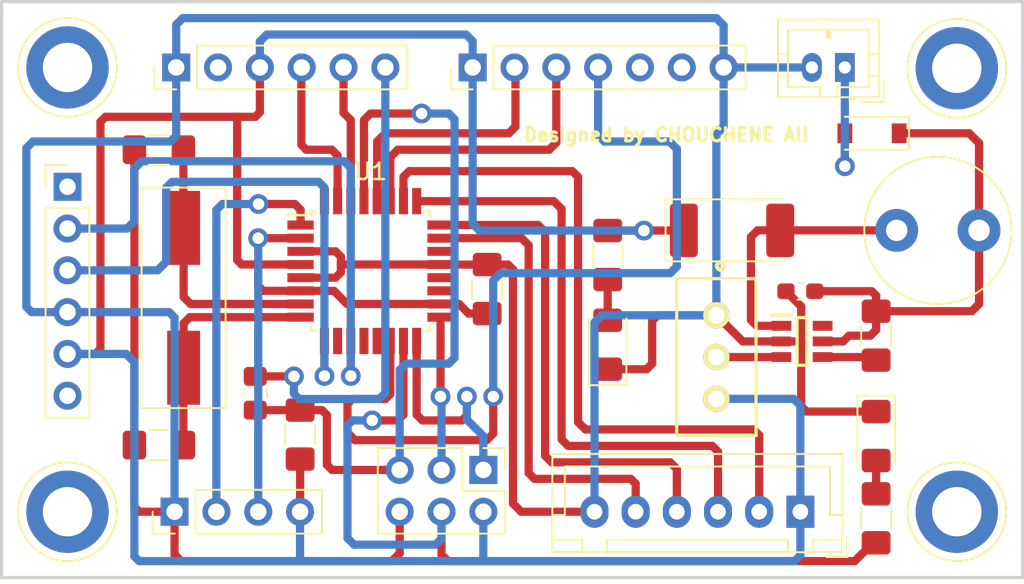
<source format=kicad_pcb>
(kicad_pcb (version 20171130) (host pcbnew "(5.1.6)-1")

  (general
    (thickness 1.6)
    (drawings 5)
    (tracks 310)
    (zones 0)
    (modules 29)
    (nets 43)
  )

  (page A4)
  (layers
    (0 F.Cu signal)
    (31 B.Cu signal)
    (32 B.Adhes user)
    (33 F.Adhes user)
    (34 B.Paste user)
    (35 F.Paste user)
    (36 B.SilkS user)
    (37 F.SilkS user)
    (38 B.Mask user)
    (39 F.Mask user hide)
    (40 Dwgs.User user hide)
    (41 Cmts.User user)
    (42 Eco1.User user)
    (43 Eco2.User user)
    (44 Edge.Cuts user)
    (45 Margin user)
    (46 B.CrtYd user hide)
    (47 F.CrtYd user hide)
    (48 B.Fab user)
    (49 F.Fab user hide)
  )

  (setup
    (last_trace_width 0.5)
    (trace_clearance 0.2)
    (zone_clearance 0.508)
    (zone_45_only no)
    (trace_min 0.2)
    (via_size 1.2)
    (via_drill 0.7)
    (via_min_size 0.4)
    (via_min_drill 0.3)
    (uvia_size 0.3)
    (uvia_drill 0.1)
    (uvias_allowed no)
    (uvia_min_size 0.2)
    (uvia_min_drill 0.1)
    (edge_width 0.15)
    (segment_width 0.2)
    (pcb_text_width 0.3)
    (pcb_text_size 1.5 1.5)
    (mod_edge_width 0.15)
    (mod_text_size 1 1)
    (mod_text_width 0.15)
    (pad_size 1.524 1.524)
    (pad_drill 0.762)
    (pad_to_mask_clearance 0.2)
    (aux_axis_origin 0 0)
    (visible_elements 7FFFFFFF)
    (pcbplotparams
      (layerselection 0x010fc_ffffffff)
      (usegerberextensions false)
      (usegerberattributes false)
      (usegerberadvancedattributes false)
      (creategerberjobfile false)
      (excludeedgelayer true)
      (linewidth 0.100000)
      (plotframeref false)
      (viasonmask false)
      (mode 1)
      (useauxorigin false)
      (hpglpennumber 1)
      (hpglpenspeed 20)
      (hpglpendiameter 15.000000)
      (psnegative false)
      (psa4output false)
      (plotreference true)
      (plotvalue true)
      (plotinvisibletext false)
      (padsonsilk false)
      (subtractmaskfromsilk false)
      (outputformat 1)
      (mirror false)
      (drillshape 1)
      (scaleselection 1)
      (outputdirectory ""))
  )

  (net 0 "")
  (net 1 "Net-(BT1-Pad1)")
  (net 2 GND)
  (net 3 osc1)
  (net 4 osc2)
  (net 5 +5V)
  (net 6 +3V8)
  (net 7 RST)
  (net 8 "Net-(C5-Pad2)")
  (net 9 "Net-(D2-Pad2)")
  (net 10 "Net-(D3-Pad2)")
  (net 11 "Net-(D4-Pad2)")
  (net 12 MISO)
  (net 13 SCK)
  (net 14 MOSI)
  (net 15 "Net-(J2-Pad2)")
  (net 16 TXD)
  (net 17 RXD)
  (net 18 A0)
  (net 19 A1)
  (net 20 A2)
  (net 21 A3)
  (net 22 "Net-(J4-Pad6)")
  (net 23 TX_HC05)
  (net 24 RX_HC05)
  (net 25 "Net-(J4-Pad1)")
  (net 26 SCL)
  (net 27 SDA)
  (net 28 INT)
  (net 29 "Net-(J5-Pad5)")
  (net 30 "Net-(J5-Pad6)")
  (net 31 SOFTRX)
  (net 32 SOFTTX)
  (net 33 "Net-(R4-Pad1)")
  (net 34 "Net-(U1-Pad12)")
  (net 35 "Net-(U1-Pad13)")
  (net 36 "Net-(U1-Pad19)")
  (net 37 "Net-(U1-Pad20)")
  (net 38 "Net-(U1-Pad22)")
  (net 39 FB)
  (net 40 "Net-(U2-Pad6)")
  (net 41 "Net-(U1-Pad10)")
  (net 42 "Net-(U1-Pad32)")

  (net_class Default "This is the default net class."
    (clearance 0.2)
    (trace_width 0.5)
    (via_dia 1.2)
    (via_drill 0.7)
    (uvia_dia 0.3)
    (uvia_drill 0.1)
    (add_net +3V8)
    (add_net +5V)
    (add_net A0)
    (add_net A1)
    (add_net A2)
    (add_net A3)
    (add_net FB)
    (add_net GND)
    (add_net INT)
    (add_net MISO)
    (add_net MOSI)
    (add_net "Net-(BT1-Pad1)")
    (add_net "Net-(C5-Pad2)")
    (add_net "Net-(D2-Pad2)")
    (add_net "Net-(D3-Pad2)")
    (add_net "Net-(D4-Pad2)")
    (add_net "Net-(J2-Pad2)")
    (add_net "Net-(J4-Pad1)")
    (add_net "Net-(J4-Pad6)")
    (add_net "Net-(J5-Pad5)")
    (add_net "Net-(J5-Pad6)")
    (add_net "Net-(R4-Pad1)")
    (add_net "Net-(U1-Pad10)")
    (add_net "Net-(U1-Pad12)")
    (add_net "Net-(U1-Pad13)")
    (add_net "Net-(U1-Pad19)")
    (add_net "Net-(U1-Pad20)")
    (add_net "Net-(U1-Pad22)")
    (add_net "Net-(U1-Pad32)")
    (add_net "Net-(U2-Pad6)")
    (add_net RST)
    (add_net RXD)
    (add_net RX_HC05)
    (add_net SCK)
    (add_net SCL)
    (add_net SDA)
    (add_net SOFTRX)
    (add_net SOFTTX)
    (add_net TXD)
    (add_net TX_HC05)
    (add_net osc1)
    (add_net osc2)
  )

  (module 3296W-1-253LF:3296W-1 (layer F.Cu) (tedit 5F76134C) (tstamp 5F762221)
    (at 73.4 51.6 270)
    (descr 3296W-1)
    (tags "Variable Resistor")
    (path /5F78CA3B)
    (fp_text reference VR1 (at -0.43186 -1.40547 270) (layer B.Fab)
      (effects (font (size 1.27 1.27) (thickness 0.254)) (justify mirror))
    )
    (fp_text value 3296W-1-253LF (at -0.43186 -1.40547 270) (layer F.SilkS) hide
      (effects (font (size 1.27 1.27) (thickness 0.254)))
    )
    (fp_circle (center -5.536 -0.26) (end -5.63602 -0.26) (layer F.SilkS) (width 0.254))
    (fp_line (start -4.765 2.41) (end -4.765 -2.41) (layer F.SilkS) (width 0.2))
    (fp_line (start 4.765 2.41) (end -4.765 2.41) (layer F.SilkS) (width 0.2))
    (fp_line (start 4.765 -2.41) (end 4.765 2.41) (layer F.SilkS) (width 0.2))
    (fp_line (start -4.765 -2.41) (end 4.765 -2.41) (layer F.SilkS) (width 0.2))
    (fp_line (start -4.765 2.41) (end -4.765 -2.41) (layer Dwgs.User) (width 0.2))
    (fp_line (start 4.765 2.41) (end -4.765 2.41) (layer Dwgs.User) (width 0.2))
    (fp_line (start 4.765 -2.41) (end 4.765 2.41) (layer Dwgs.User) (width 0.2))
    (fp_line (start -4.765 -2.41) (end 4.765 -2.41) (layer Dwgs.User) (width 0.2))
    (pad 1 thru_hole circle (at -2.54 0) (size 1.6 1.6) (drill 1) (layers *.Cu *.Mask F.SilkS)
      (net 2 GND))
    (pad 2 thru_hole circle (at 0 0) (size 1.6 1.6) (drill 1) (layers *.Cu *.Mask F.SilkS)
      (net 39 FB))
    (pad 3 thru_hole circle (at 2.54 0) (size 1.6 1.6) (drill 1) (layers *.Cu *.Mask F.SilkS)
      (net 5 +5V))
  )

  (module Connector_JST:JST_PH_B2B-PH-K_1x02_P2.00mm_Vertical (layer F.Cu) (tedit 5A0E414C) (tstamp 5F8287F3)
    (at 81.2 34 180)
    (descr "JST PH series connector, B2B-PH-K (http://www.jst-mfg.com/product/pdf/eng/ePH.pdf), generated with kicad-footprint-generator")
    (tags "connector JST PH side entry")
    (path /5F760135)
    (fp_text reference BT1 (at 1 -2.9 180) (layer B.Fab)
      (effects (font (size 1 1) (thickness 0.15)) (justify mirror))
    )
    (fp_text value Battery_Cell (at 1 4 180) (layer F.Fab)
      (effects (font (size 1 1) (thickness 0.15)))
    )
    (fp_line (start 4.45 -2.2) (end -2.45 -2.2) (layer F.CrtYd) (width 0.05))
    (fp_line (start 4.45 3.3) (end 4.45 -2.2) (layer F.CrtYd) (width 0.05))
    (fp_line (start -2.45 3.3) (end 4.45 3.3) (layer F.CrtYd) (width 0.05))
    (fp_line (start -2.45 -2.2) (end -2.45 3.3) (layer F.CrtYd) (width 0.05))
    (fp_line (start 3.95 -1.7) (end -1.95 -1.7) (layer F.Fab) (width 0.1))
    (fp_line (start 3.95 2.8) (end 3.95 -1.7) (layer F.Fab) (width 0.1))
    (fp_line (start -1.95 2.8) (end 3.95 2.8) (layer F.Fab) (width 0.1))
    (fp_line (start -1.95 -1.7) (end -1.95 2.8) (layer F.Fab) (width 0.1))
    (fp_line (start -2.36 -2.11) (end -2.36 -0.86) (layer F.Fab) (width 0.1))
    (fp_line (start -1.11 -2.11) (end -2.36 -2.11) (layer F.Fab) (width 0.1))
    (fp_line (start -2.36 -2.11) (end -2.36 -0.86) (layer F.SilkS) (width 0.12))
    (fp_line (start -1.11 -2.11) (end -2.36 -2.11) (layer F.SilkS) (width 0.12))
    (fp_line (start 1 2.3) (end 1 1.8) (layer F.SilkS) (width 0.12))
    (fp_line (start 1.1 1.8) (end 1.1 2.3) (layer F.SilkS) (width 0.12))
    (fp_line (start 0.9 1.8) (end 1.1 1.8) (layer F.SilkS) (width 0.12))
    (fp_line (start 0.9 2.3) (end 0.9 1.8) (layer F.SilkS) (width 0.12))
    (fp_line (start 4.06 0.8) (end 3.45 0.8) (layer F.SilkS) (width 0.12))
    (fp_line (start 4.06 -0.5) (end 3.45 -0.5) (layer F.SilkS) (width 0.12))
    (fp_line (start -2.06 0.8) (end -1.45 0.8) (layer F.SilkS) (width 0.12))
    (fp_line (start -2.06 -0.5) (end -1.45 -0.5) (layer F.SilkS) (width 0.12))
    (fp_line (start 1.5 -1.2) (end 1.5 -1.81) (layer F.SilkS) (width 0.12))
    (fp_line (start 3.45 -1.2) (end 1.5 -1.2) (layer F.SilkS) (width 0.12))
    (fp_line (start 3.45 2.3) (end 3.45 -1.2) (layer F.SilkS) (width 0.12))
    (fp_line (start -1.45 2.3) (end 3.45 2.3) (layer F.SilkS) (width 0.12))
    (fp_line (start -1.45 -1.2) (end -1.45 2.3) (layer F.SilkS) (width 0.12))
    (fp_line (start 0.5 -1.2) (end -1.45 -1.2) (layer F.SilkS) (width 0.12))
    (fp_line (start 0.5 -1.81) (end 0.5 -1.2) (layer F.SilkS) (width 0.12))
    (fp_line (start -0.3 -1.91) (end -0.6 -1.91) (layer F.SilkS) (width 0.12))
    (fp_line (start -0.6 -2.01) (end -0.6 -1.81) (layer F.SilkS) (width 0.12))
    (fp_line (start -0.3 -2.01) (end -0.6 -2.01) (layer F.SilkS) (width 0.12))
    (fp_line (start -0.3 -1.81) (end -0.3 -2.01) (layer F.SilkS) (width 0.12))
    (fp_line (start 4.06 -1.81) (end -2.06 -1.81) (layer F.SilkS) (width 0.12))
    (fp_line (start 4.06 2.91) (end 4.06 -1.81) (layer F.SilkS) (width 0.12))
    (fp_line (start -2.06 2.91) (end 4.06 2.91) (layer F.SilkS) (width 0.12))
    (fp_line (start -2.06 -1.81) (end -2.06 2.91) (layer F.SilkS) (width 0.12))
    (fp_text user %R (at 1 1.5 180) (layer F.Fab)
      (effects (font (size 1 1) (thickness 0.15)))
    )
    (pad 1 thru_hole rect (at 0 0 180) (size 1.2 1.75) (drill 0.75) (layers *.Cu *.Mask)
      (net 1 "Net-(BT1-Pad1)"))
    (pad 2 thru_hole oval (at 2 0 180) (size 1.2 1.75) (drill 0.75) (layers *.Cu *.Mask)
      (net 2 GND))
    (model ${KISYS3DMOD}/Connector_JST.3dshapes/JST_PH_B2B-PH-K_1x02_P2.00mm_Vertical.wrl
      (at (xyz 0 0 0))
      (scale (xyz 1 1 1))
      (rotate (xyz 0 0 0))
    )
  )

  (module Capacitor_SMD:C_1206_3216Metric_Pad1.42x1.75mm_HandSolder (layer F.Cu) (tedit 5B301BBE) (tstamp 5F761FFC)
    (at 39.55 39)
    (descr "Capacitor SMD 1206 (3216 Metric), square (rectangular) end terminal, IPC_7351 nominal with elongated pad for handsoldering. (Body size source: http://www.tortai-tech.com/upload/download/2011102023233369053.pdf), generated with kicad-footprint-generator")
    (tags "capacitor handsolder")
    (path /5F760015)
    (attr smd)
    (fp_text reference C1 (at 0 -1.82) (layer B.Fab)
      (effects (font (size 1 1) (thickness 0.15)) (justify mirror))
    )
    (fp_text value 22pF (at 0 1.82) (layer F.Fab)
      (effects (font (size 1 1) (thickness 0.15)))
    )
    (fp_line (start 2.45 1.12) (end -2.45 1.12) (layer F.CrtYd) (width 0.05))
    (fp_line (start 2.45 -1.12) (end 2.45 1.12) (layer F.CrtYd) (width 0.05))
    (fp_line (start -2.45 -1.12) (end 2.45 -1.12) (layer F.CrtYd) (width 0.05))
    (fp_line (start -2.45 1.12) (end -2.45 -1.12) (layer F.CrtYd) (width 0.05))
    (fp_line (start -0.602064 0.91) (end 0.602064 0.91) (layer F.SilkS) (width 0.12))
    (fp_line (start -0.602064 -0.91) (end 0.602064 -0.91) (layer F.SilkS) (width 0.12))
    (fp_line (start 1.6 0.8) (end -1.6 0.8) (layer F.Fab) (width 0.1))
    (fp_line (start 1.6 -0.8) (end 1.6 0.8) (layer F.Fab) (width 0.1))
    (fp_line (start -1.6 -0.8) (end 1.6 -0.8) (layer F.Fab) (width 0.1))
    (fp_line (start -1.6 0.8) (end -1.6 -0.8) (layer F.Fab) (width 0.1))
    (fp_text user %R (at 0 0) (layer F.Fab)
      (effects (font (size 0.8 0.8) (thickness 0.12)))
    )
    (pad 1 smd roundrect (at -1.4875 0) (size 1.425 1.75) (layers F.Cu F.Paste F.Mask) (roundrect_rratio 0.175439)
      (net 2 GND))
    (pad 2 smd roundrect (at 1.4875 0) (size 1.425 1.75) (layers F.Cu F.Paste F.Mask) (roundrect_rratio 0.175439)
      (net 3 osc1))
    (model ${KISYS3DMOD}/Capacitor_SMD.3dshapes/C_1206_3216Metric.wrl
      (at (xyz 0 0 0))
      (scale (xyz 1 1 1))
      (rotate (xyz 0 0 0))
    )
  )

  (module Capacitor_SMD:C_1206_3216Metric_Pad1.42x1.75mm_HandSolder (layer F.Cu) (tedit 5B301BBE) (tstamp 5F76200D)
    (at 39.55 56.95)
    (descr "Capacitor SMD 1206 (3216 Metric), square (rectangular) end terminal, IPC_7351 nominal with elongated pad for handsoldering. (Body size source: http://www.tortai-tech.com/upload/download/2011102023233369053.pdf), generated with kicad-footprint-generator")
    (tags "capacitor handsolder")
    (path /5F76001C)
    (attr smd)
    (fp_text reference C2 (at 0 -1.82) (layer B.Fab)
      (effects (font (size 1 1) (thickness 0.15)) (justify mirror))
    )
    (fp_text value 22pF (at 0 1.82) (layer F.Fab)
      (effects (font (size 1 1) (thickness 0.15)))
    )
    (fp_line (start -1.6 0.8) (end -1.6 -0.8) (layer F.Fab) (width 0.1))
    (fp_line (start -1.6 -0.8) (end 1.6 -0.8) (layer F.Fab) (width 0.1))
    (fp_line (start 1.6 -0.8) (end 1.6 0.8) (layer F.Fab) (width 0.1))
    (fp_line (start 1.6 0.8) (end -1.6 0.8) (layer F.Fab) (width 0.1))
    (fp_line (start -0.602064 -0.91) (end 0.602064 -0.91) (layer F.SilkS) (width 0.12))
    (fp_line (start -0.602064 0.91) (end 0.602064 0.91) (layer F.SilkS) (width 0.12))
    (fp_line (start -2.45 1.12) (end -2.45 -1.12) (layer F.CrtYd) (width 0.05))
    (fp_line (start -2.45 -1.12) (end 2.45 -1.12) (layer F.CrtYd) (width 0.05))
    (fp_line (start 2.45 -1.12) (end 2.45 1.12) (layer F.CrtYd) (width 0.05))
    (fp_line (start 2.45 1.12) (end -2.45 1.12) (layer F.CrtYd) (width 0.05))
    (fp_text user %R (at 0 0) (layer F.Fab)
      (effects (font (size 0.8 0.8) (thickness 0.12)))
    )
    (pad 2 smd roundrect (at 1.4875 0) (size 1.425 1.75) (layers F.Cu F.Paste F.Mask) (roundrect_rratio 0.175439)
      (net 4 osc2))
    (pad 1 smd roundrect (at -1.4875 0) (size 1.425 1.75) (layers F.Cu F.Paste F.Mask) (roundrect_rratio 0.175439)
      (net 2 GND))
    (model ${KISYS3DMOD}/Capacitor_SMD.3dshapes/C_1206_3216Metric.wrl
      (at (xyz 0 0 0))
      (scale (xyz 1 1 1))
      (rotate (xyz 0 0 0))
    )
  )

  (module Capacitor_SMD:C_1206_3216Metric_Pad1.42x1.75mm_HandSolder (layer F.Cu) (tedit 5B301BBE) (tstamp 5F76201E)
    (at 59.48 47.4675 90)
    (descr "Capacitor SMD 1206 (3216 Metric), square (rectangular) end terminal, IPC_7351 nominal with elongated pad for handsoldering. (Body size source: http://www.tortai-tech.com/upload/download/2011102023233369053.pdf), generated with kicad-footprint-generator")
    (tags "capacitor handsolder")
    (path /5F76013D)
    (attr smd)
    (fp_text reference C3 (at 0 -1.82 90) (layer B.Fab)
      (effects (font (size 1 1) (thickness 0.15)) (justify mirror))
    )
    (fp_text value 100nF (at 0 1.82 90) (layer F.Fab)
      (effects (font (size 1 1) (thickness 0.15)))
    )
    (fp_line (start 2.45 1.12) (end -2.45 1.12) (layer F.CrtYd) (width 0.05))
    (fp_line (start 2.45 -1.12) (end 2.45 1.12) (layer F.CrtYd) (width 0.05))
    (fp_line (start -2.45 -1.12) (end 2.45 -1.12) (layer F.CrtYd) (width 0.05))
    (fp_line (start -2.45 1.12) (end -2.45 -1.12) (layer F.CrtYd) (width 0.05))
    (fp_line (start -0.602064 0.91) (end 0.602064 0.91) (layer F.SilkS) (width 0.12))
    (fp_line (start -0.602064 -0.91) (end 0.602064 -0.91) (layer F.SilkS) (width 0.12))
    (fp_line (start 1.6 0.8) (end -1.6 0.8) (layer F.Fab) (width 0.1))
    (fp_line (start 1.6 -0.8) (end 1.6 0.8) (layer F.Fab) (width 0.1))
    (fp_line (start -1.6 -0.8) (end 1.6 -0.8) (layer F.Fab) (width 0.1))
    (fp_line (start -1.6 0.8) (end -1.6 -0.8) (layer F.Fab) (width 0.1))
    (fp_text user %R (at 0 0 90) (layer F.Fab)
      (effects (font (size 0.8 0.8) (thickness 0.12)))
    )
    (pad 1 smd roundrect (at -1.4875 0 90) (size 1.425 1.75) (layers F.Cu F.Paste F.Mask) (roundrect_rratio 0.175439)
      (net 5 +5V))
    (pad 2 smd roundrect (at 1.4875 0 90) (size 1.425 1.75) (layers F.Cu F.Paste F.Mask) (roundrect_rratio 0.175439)
      (net 2 GND))
    (model ${KISYS3DMOD}/Capacitor_SMD.3dshapes/C_1206_3216Metric.wrl
      (at (xyz 0 0 0))
      (scale (xyz 1 1 1))
      (rotate (xyz 0 0 0))
    )
  )

  (module Capacitor_SMD:C_0603_1608Metric_Pad1.05x0.95mm_HandSolder (layer F.Cu) (tedit 5B301BBE) (tstamp 5F770C6A)
    (at 78.5 47.6 180)
    (descr "Capacitor SMD 0603 (1608 Metric), square (rectangular) end terminal, IPC_7351 nominal with elongated pad for handsoldering. (Body size source: http://www.tortai-tech.com/upload/download/2011102023233369053.pdf), generated with kicad-footprint-generator")
    (tags "capacitor handsolder")
    (path /5F7689EF)
    (attr smd)
    (fp_text reference C4 (at 0 -1.43 180) (layer B.Fab)
      (effects (font (size 1 1) (thickness 0.15)))
    )
    (fp_text value 10uF (at 0 1.43 180) (layer F.Fab)
      (effects (font (size 1 1) (thickness 0.15)))
    )
    (fp_line (start 1.65 0.73) (end -1.65 0.73) (layer F.CrtYd) (width 0.05))
    (fp_line (start 1.65 -0.73) (end 1.65 0.73) (layer F.CrtYd) (width 0.05))
    (fp_line (start -1.65 -0.73) (end 1.65 -0.73) (layer F.CrtYd) (width 0.05))
    (fp_line (start -1.65 0.73) (end -1.65 -0.73) (layer F.CrtYd) (width 0.05))
    (fp_line (start -0.171267 0.51) (end 0.171267 0.51) (layer F.SilkS) (width 0.12))
    (fp_line (start -0.171267 -0.51) (end 0.171267 -0.51) (layer F.SilkS) (width 0.12))
    (fp_line (start 0.8 0.4) (end -0.8 0.4) (layer F.Fab) (width 0.1))
    (fp_line (start 0.8 -0.4) (end 0.8 0.4) (layer F.Fab) (width 0.1))
    (fp_line (start -0.8 -0.4) (end 0.8 -0.4) (layer F.Fab) (width 0.1))
    (fp_line (start -0.8 0.4) (end -0.8 -0.4) (layer F.Fab) (width 0.1))
    (fp_text user %R (at 0 0 180) (layer F.Fab)
      (effects (font (size 0.4 0.4) (thickness 0.06)))
    )
    (pad 1 smd roundrect (at -0.875 0 180) (size 1.05 0.95) (layers F.Cu F.Paste F.Mask) (roundrect_rratio 0.25)
      (net 6 +3V8))
    (pad 2 smd roundrect (at 0.875 0 180) (size 1.05 0.95) (layers F.Cu F.Paste F.Mask) (roundrect_rratio 0.25)
      (net 2 GND))
    (model ${KISYS3DMOD}/Capacitor_SMD.3dshapes/C_0603_1608Metric.wrl
      (at (xyz 0 0 0))
      (scale (xyz 1 1 1))
      (rotate (xyz 0 0 0))
    )
  )

  (module Capacitor_SMD:C_0805_2012Metric_Pad1.15x1.40mm_HandSolder (layer F.Cu) (tedit 5B36C52B) (tstamp 5F762040)
    (at 45.4 53.8 90)
    (descr "Capacitor SMD 0805 (2012 Metric), square (rectangular) end terminal, IPC_7351 nominal with elongated pad for handsoldering. (Body size source: https://docs.google.com/spreadsheets/d/1BsfQQcO9C6DZCsRaXUlFlo91Tg2WpOkGARC1WS5S8t0/edit?usp=sharing), generated with kicad-footprint-generator")
    (tags "capacitor handsolder")
    (path /5F760166)
    (attr smd)
    (fp_text reference C5 (at 0 -1.65 90) (layer B.Fab)
      (effects (font (size 1 1) (thickness 0.15)) (justify mirror))
    )
    (fp_text value 100nF (at 0 1.65 90) (layer F.Fab)
      (effects (font (size 1 1) (thickness 0.15)))
    )
    (fp_line (start -1 0.6) (end -1 -0.6) (layer F.Fab) (width 0.1))
    (fp_line (start -1 -0.6) (end 1 -0.6) (layer F.Fab) (width 0.1))
    (fp_line (start 1 -0.6) (end 1 0.6) (layer F.Fab) (width 0.1))
    (fp_line (start 1 0.6) (end -1 0.6) (layer F.Fab) (width 0.1))
    (fp_line (start -0.261252 -0.71) (end 0.261252 -0.71) (layer F.SilkS) (width 0.12))
    (fp_line (start -0.261252 0.71) (end 0.261252 0.71) (layer F.SilkS) (width 0.12))
    (fp_line (start -1.85 0.95) (end -1.85 -0.95) (layer F.CrtYd) (width 0.05))
    (fp_line (start -1.85 -0.95) (end 1.85 -0.95) (layer F.CrtYd) (width 0.05))
    (fp_line (start 1.85 -0.95) (end 1.85 0.95) (layer F.CrtYd) (width 0.05))
    (fp_line (start 1.85 0.95) (end -1.85 0.95) (layer F.CrtYd) (width 0.05))
    (fp_text user %R (at 0 0 90) (layer F.Fab)
      (effects (font (size 0.5 0.5) (thickness 0.08)))
    )
    (pad 2 smd roundrect (at 1.025 0 90) (size 1.15 1.4) (layers F.Cu F.Paste F.Mask) (roundrect_rratio 0.217391)
      (net 8 "Net-(C5-Pad2)"))
    (pad 1 smd roundrect (at -1.025 0 90) (size 1.15 1.4) (layers F.Cu F.Paste F.Mask) (roundrect_rratio 0.217391)
      (net 7 RST))
    (model ${KISYS3DMOD}/Capacitor_SMD.3dshapes/C_0805_2012Metric.wrl
      (at (xyz 0 0 0))
      (scale (xyz 1 1 1))
      (rotate (xyz 0 0 0))
    )
  )

  (module Diode_SMD:D_SOD-123 (layer F.Cu) (tedit 58645DC7) (tstamp 5F7656C9)
    (at 82.85 38 180)
    (descr SOD-123)
    (tags SOD-123)
    (path /5F76014D)
    (attr smd)
    (fp_text reference D1 (at 0 -2 180) (layer B.Fab)
      (effects (font (size 1 1) (thickness 0.15)) (justify mirror))
    )
    (fp_text value MBR1020VL (at 0 2.1 180) (layer F.Fab)
      (effects (font (size 1 1) (thickness 0.15)))
    )
    (fp_line (start -2.25 -1) (end 1.65 -1) (layer F.SilkS) (width 0.12))
    (fp_line (start -2.25 1) (end 1.65 1) (layer F.SilkS) (width 0.12))
    (fp_line (start -2.35 -1.15) (end -2.35 1.15) (layer F.CrtYd) (width 0.05))
    (fp_line (start 2.35 1.15) (end -2.35 1.15) (layer F.CrtYd) (width 0.05))
    (fp_line (start 2.35 -1.15) (end 2.35 1.15) (layer F.CrtYd) (width 0.05))
    (fp_line (start -2.35 -1.15) (end 2.35 -1.15) (layer F.CrtYd) (width 0.05))
    (fp_line (start -1.4 -0.9) (end 1.4 -0.9) (layer F.Fab) (width 0.1))
    (fp_line (start 1.4 -0.9) (end 1.4 0.9) (layer F.Fab) (width 0.1))
    (fp_line (start 1.4 0.9) (end -1.4 0.9) (layer F.Fab) (width 0.1))
    (fp_line (start -1.4 0.9) (end -1.4 -0.9) (layer F.Fab) (width 0.1))
    (fp_line (start -0.75 0) (end -0.35 0) (layer F.Fab) (width 0.1))
    (fp_line (start -0.35 0) (end -0.35 -0.55) (layer F.Fab) (width 0.1))
    (fp_line (start -0.35 0) (end -0.35 0.55) (layer F.Fab) (width 0.1))
    (fp_line (start -0.35 0) (end 0.25 -0.4) (layer F.Fab) (width 0.1))
    (fp_line (start 0.25 -0.4) (end 0.25 0.4) (layer F.Fab) (width 0.1))
    (fp_line (start 0.25 0.4) (end -0.35 0) (layer F.Fab) (width 0.1))
    (fp_line (start 0.25 0) (end 0.75 0) (layer F.Fab) (width 0.1))
    (fp_line (start -2.25 -1) (end -2.25 1) (layer F.SilkS) (width 0.12))
    (fp_text user %R (at 0 -2 180) (layer F.Fab)
      (effects (font (size 1 1) (thickness 0.15)))
    )
    (pad 1 smd rect (at -1.65 0 180) (size 0.9 1.2) (layers F.Cu F.Paste F.Mask)
      (net 6 +3V8))
    (pad 2 smd rect (at 1.65 0 180) (size 0.9 1.2) (layers F.Cu F.Paste F.Mask)
      (net 1 "Net-(BT1-Pad1)"))
    (model ${KISYS3DMOD}/Diode_SMD.3dshapes/D_SOD-123.wrl
      (at (xyz 0 0 0))
      (scale (xyz 1 1 1))
      (rotate (xyz 0 0 0))
    )
  )

  (module LED_SMD:LED_1206_3216Metric_Pad1.42x1.75mm_HandSolder (layer F.Cu) (tedit 5B4B45C9) (tstamp 5F76206C)
    (at 66.8 50.85 90)
    (descr "LED SMD 1206 (3216 Metric), square (rectangular) end terminal, IPC_7351 nominal, (Body size source: http://www.tortai-tech.com/upload/download/2011102023233369053.pdf), generated with kicad-footprint-generator")
    (tags "LED handsolder")
    (path /5F76009B)
    (attr smd)
    (fp_text reference D2 (at 0 -1.82 90) (layer B.Fab)
      (effects (font (size 1 1) (thickness 0.15)) (justify mirror))
    )
    (fp_text value LED_ALT (at 0 1.82 90) (layer F.Fab)
      (effects (font (size 1 1) (thickness 0.15)))
    )
    (fp_line (start 2.45 1.12) (end -2.45 1.12) (layer F.CrtYd) (width 0.05))
    (fp_line (start 2.45 -1.12) (end 2.45 1.12) (layer F.CrtYd) (width 0.05))
    (fp_line (start -2.45 -1.12) (end 2.45 -1.12) (layer F.CrtYd) (width 0.05))
    (fp_line (start -2.45 1.12) (end -2.45 -1.12) (layer F.CrtYd) (width 0.05))
    (fp_line (start -2.46 1.135) (end 1.6 1.135) (layer F.SilkS) (width 0.12))
    (fp_line (start -2.46 -1.135) (end -2.46 1.135) (layer F.SilkS) (width 0.12))
    (fp_line (start 1.6 -1.135) (end -2.46 -1.135) (layer F.SilkS) (width 0.12))
    (fp_line (start 1.6 0.8) (end 1.6 -0.8) (layer F.Fab) (width 0.1))
    (fp_line (start -1.6 0.8) (end 1.6 0.8) (layer F.Fab) (width 0.1))
    (fp_line (start -1.6 -0.4) (end -1.6 0.8) (layer F.Fab) (width 0.1))
    (fp_line (start -1.2 -0.8) (end -1.6 -0.4) (layer F.Fab) (width 0.1))
    (fp_line (start 1.6 -0.8) (end -1.2 -0.8) (layer F.Fab) (width 0.1))
    (fp_text user %R (at 0 0 90) (layer F.Fab)
      (effects (font (size 0.8 0.8) (thickness 0.12)))
    )
    (pad 1 smd roundrect (at -1.4875 0 90) (size 1.425 1.75) (layers F.Cu F.Paste F.Mask) (roundrect_rratio 0.175439)
      (net 2 GND))
    (pad 2 smd roundrect (at 1.4875 0 90) (size 1.425 1.75) (layers F.Cu F.Paste F.Mask) (roundrect_rratio 0.175439)
      (net 9 "Net-(D2-Pad2)"))
    (model ${KISYS3DMOD}/LED_SMD.3dshapes/LED_1206_3216Metric.wrl
      (at (xyz 0 0 0))
      (scale (xyz 1 1 1))
      (rotate (xyz 0 0 0))
    )
  )

  (module LED_SMD:LED_1206_3216Metric_Pad1.42x1.75mm_HandSolder (layer F.Cu) (tedit 5B4B45C9) (tstamp 5F7750CF)
    (at 83.1 56.4 270)
    (descr "LED SMD 1206 (3216 Metric), square (rectangular) end terminal, IPC_7351 nominal, (Body size source: http://www.tortai-tech.com/upload/download/2011102023233369053.pdf), generated with kicad-footprint-generator")
    (tags "LED handsolder")
    (path /5F771880)
    (attr smd)
    (fp_text reference D3 (at 0 -1.82 270) (layer B.Fab)
      (effects (font (size 1 1) (thickness 0.15)) (justify mirror))
    )
    (fp_text value LED_ALT (at 0 1.82 270) (layer F.Fab)
      (effects (font (size 1 1) (thickness 0.15)))
    )
    (fp_line (start 1.6 -0.8) (end -1.2 -0.8) (layer F.Fab) (width 0.1))
    (fp_line (start -1.2 -0.8) (end -1.6 -0.4) (layer F.Fab) (width 0.1))
    (fp_line (start -1.6 -0.4) (end -1.6 0.8) (layer F.Fab) (width 0.1))
    (fp_line (start -1.6 0.8) (end 1.6 0.8) (layer F.Fab) (width 0.1))
    (fp_line (start 1.6 0.8) (end 1.6 -0.8) (layer F.Fab) (width 0.1))
    (fp_line (start 1.6 -1.135) (end -2.46 -1.135) (layer F.SilkS) (width 0.12))
    (fp_line (start -2.46 -1.135) (end -2.46 1.135) (layer F.SilkS) (width 0.12))
    (fp_line (start -2.46 1.135) (end 1.6 1.135) (layer F.SilkS) (width 0.12))
    (fp_line (start -2.45 1.12) (end -2.45 -1.12) (layer F.CrtYd) (width 0.05))
    (fp_line (start -2.45 -1.12) (end 2.45 -1.12) (layer F.CrtYd) (width 0.05))
    (fp_line (start 2.45 -1.12) (end 2.45 1.12) (layer F.CrtYd) (width 0.05))
    (fp_line (start 2.45 1.12) (end -2.45 1.12) (layer F.CrtYd) (width 0.05))
    (fp_text user %R (at 0 0 270) (layer F.Fab)
      (effects (font (size 0.8 0.8) (thickness 0.12)))
    )
    (pad 2 smd roundrect (at 1.4875 0 270) (size 1.425 1.75) (layers F.Cu F.Paste F.Mask) (roundrect_rratio 0.175439)
      (net 10 "Net-(D3-Pad2)"))
    (pad 1 smd roundrect (at -1.4875 0 270) (size 1.425 1.75) (layers F.Cu F.Paste F.Mask) (roundrect_rratio 0.175439)
      (net 2 GND))
    (model ${KISYS3DMOD}/LED_SMD.3dshapes/LED_1206_3216Metric.wrl
      (at (xyz 0 0 0))
      (scale (xyz 1 1 1))
      (rotate (xyz 0 0 0))
    )
  )

  (module LED_SMD:LED_2512_6332Metric_Castellated (layer F.Cu) (tedit 5B301BBE) (tstamp 5F765C4F)
    (at 74.35 43.9)
    (descr "LED SMD 2512 (6332 Metric), castellated end terminal, IPC_7351 nominal, (Body size source: http://www.tortai-tech.com/upload/download/2011102023233369053.pdf), generated with kicad-footprint-generator")
    (tags "LED castellated")
    (path /5F770776)
    (attr smd)
    (fp_text reference D4 (at 0 -2.58) (layer B.Fab)
      (effects (font (size 1 1) (thickness 0.15)) (justify mirror))
    )
    (fp_text value FML340A-W (at 0 2.58) (layer F.Fab)
      (effects (font (size 1 1) (thickness 0.15)))
    )
    (fp_line (start 3.15 -1.6) (end -2.35 -1.6) (layer F.Fab) (width 0.1))
    (fp_line (start -2.35 -1.6) (end -3.15 -0.8) (layer F.Fab) (width 0.1))
    (fp_line (start -3.15 -0.8) (end -3.15 1.6) (layer F.Fab) (width 0.1))
    (fp_line (start -3.15 1.6) (end 3.15 1.6) (layer F.Fab) (width 0.1))
    (fp_line (start 3.15 1.6) (end 3.15 -1.6) (layer F.Fab) (width 0.1))
    (fp_line (start 3.15 -1.885) (end -4.035 -1.885) (layer F.SilkS) (width 0.12))
    (fp_line (start -4.035 -1.885) (end -4.035 1.885) (layer F.SilkS) (width 0.12))
    (fp_line (start -4.035 1.885) (end 3.15 1.885) (layer F.SilkS) (width 0.12))
    (fp_line (start -4.02 1.88) (end -4.02 -1.88) (layer F.CrtYd) (width 0.05))
    (fp_line (start -4.02 -1.88) (end 4.02 -1.88) (layer F.CrtYd) (width 0.05))
    (fp_line (start 4.02 -1.88) (end 4.02 1.88) (layer F.CrtYd) (width 0.05))
    (fp_line (start 4.02 1.88) (end -4.02 1.88) (layer F.CrtYd) (width 0.05))
    (fp_text user %R (at 0 0) (layer F.Fab)
      (effects (font (size 1 1) (thickness 0.15)))
    )
    (pad 2 smd roundrect (at 2.925 0) (size 1.7 3.25) (layers F.Cu F.Paste F.Mask) (roundrect_rratio 0.147059)
      (net 11 "Net-(D4-Pad2)"))
    (pad 1 smd roundrect (at -2.925 0) (size 1.7 3.25) (layers F.Cu F.Paste F.Mask) (roundrect_rratio 0.147059)
      (net 5 +5V))
    (model ${KISYS3DMOD}/LED_SMD.3dshapes/LED_2512_6332Metric_Castellated.wrl
      (at (xyz 0 0 0))
      (scale (xyz 1 1 1))
      (rotate (xyz 0 0 0))
    )
  )

  (module Connector_PinHeader_2.54mm:PinHeader_2x03_P2.54mm_Vertical (layer F.Cu) (tedit 59FED5CC) (tstamp 5F770AF7)
    (at 59.25 58.46 270)
    (descr "Through hole straight pin header, 2x03, 2.54mm pitch, double rows")
    (tags "Through hole pin header THT 2x03 2.54mm double row")
    (path /5F76004C)
    (fp_text reference J1 (at 1.27 -2.33 270) (layer B.Fab)
      (effects (font (size 1 1) (thickness 0.15)) (justify mirror))
    )
    (fp_text value AVR-ISP-6 (at 1.27 7.41 270) (layer F.Fab)
      (effects (font (size 1 1) (thickness 0.15)))
    )
    (fp_line (start 4.35 -1.8) (end -1.8 -1.8) (layer F.CrtYd) (width 0.05))
    (fp_line (start 4.35 6.85) (end 4.35 -1.8) (layer F.CrtYd) (width 0.05))
    (fp_line (start -1.8 6.85) (end 4.35 6.85) (layer F.CrtYd) (width 0.05))
    (fp_line (start -1.8 -1.8) (end -1.8 6.85) (layer F.CrtYd) (width 0.05))
    (fp_line (start -1.33 -1.33) (end 0 -1.33) (layer F.SilkS) (width 0.12))
    (fp_line (start -1.33 0) (end -1.33 -1.33) (layer F.SilkS) (width 0.12))
    (fp_line (start 1.27 -1.33) (end 3.87 -1.33) (layer F.SilkS) (width 0.12))
    (fp_line (start 1.27 1.27) (end 1.27 -1.33) (layer F.SilkS) (width 0.12))
    (fp_line (start -1.33 1.27) (end 1.27 1.27) (layer F.SilkS) (width 0.12))
    (fp_line (start 3.87 -1.33) (end 3.87 6.41) (layer F.SilkS) (width 0.12))
    (fp_line (start -1.33 1.27) (end -1.33 6.41) (layer F.SilkS) (width 0.12))
    (fp_line (start -1.33 6.41) (end 3.87 6.41) (layer F.SilkS) (width 0.12))
    (fp_line (start -1.27 0) (end 0 -1.27) (layer F.Fab) (width 0.1))
    (fp_line (start -1.27 6.35) (end -1.27 0) (layer F.Fab) (width 0.1))
    (fp_line (start 3.81 6.35) (end -1.27 6.35) (layer F.Fab) (width 0.1))
    (fp_line (start 3.81 -1.27) (end 3.81 6.35) (layer F.Fab) (width 0.1))
    (fp_line (start 0 -1.27) (end 3.81 -1.27) (layer F.Fab) (width 0.1))
    (fp_text user %R (at 1.27 2.54) (layer F.Fab)
      (effects (font (size 1 1) (thickness 0.15)))
    )
    (pad 1 thru_hole rect (at 0 0 270) (size 1.7 1.7) (drill 1) (layers *.Cu *.Mask)
      (net 12 MISO))
    (pad 2 thru_hole oval (at 2.54 0 270) (size 1.7 1.7) (drill 1) (layers *.Cu *.Mask)
      (net 5 +5V))
    (pad 3 thru_hole oval (at 0 2.54 270) (size 1.7 1.7) (drill 1) (layers *.Cu *.Mask)
      (net 13 SCK))
    (pad 4 thru_hole oval (at 2.54 2.54 270) (size 1.7 1.7) (drill 1) (layers *.Cu *.Mask)
      (net 14 MOSI))
    (pad 5 thru_hole oval (at 0 5.08 270) (size 1.7 1.7) (drill 1) (layers *.Cu *.Mask)
      (net 7 RST))
    (pad 6 thru_hole oval (at 2.54 5.08 270) (size 1.7 1.7) (drill 1) (layers *.Cu *.Mask)
      (net 2 GND))
    (model ${KISYS3DMOD}/Connector_PinHeader_2.54mm.3dshapes/PinHeader_2x03_P2.54mm_Vertical.wrl
      (at (xyz 0 0 0))
      (scale (xyz 1 1 1))
      (rotate (xyz 0 0 0))
    )
  )

  (module Connector_PinHeader_2.54mm:PinHeader_1x06_P2.54mm_Vertical (layer F.Cu) (tedit 59FED5CC) (tstamp 5F7620C8)
    (at 40.6 34 90)
    (descr "Through hole straight pin header, 1x06, 2.54mm pitch, single row")
    (tags "Through hole pin header THT 1x06 2.54mm single row")
    (path /5F760173)
    (fp_text reference J2 (at 0 -2.33 90) (layer B.Fab)
      (effects (font (size 1 1) (thickness 0.15)) (justify mirror))
    )
    (fp_text value Conn_01x06_Female (at 0 15.03 90) (layer F.Fab)
      (effects (font (size 1 1) (thickness 0.15)))
    )
    (fp_line (start 1.8 -1.8) (end -1.8 -1.8) (layer F.CrtYd) (width 0.05))
    (fp_line (start 1.8 14.5) (end 1.8 -1.8) (layer F.CrtYd) (width 0.05))
    (fp_line (start -1.8 14.5) (end 1.8 14.5) (layer F.CrtYd) (width 0.05))
    (fp_line (start -1.8 -1.8) (end -1.8 14.5) (layer F.CrtYd) (width 0.05))
    (fp_line (start -1.33 -1.33) (end 0 -1.33) (layer F.SilkS) (width 0.12))
    (fp_line (start -1.33 0) (end -1.33 -1.33) (layer F.SilkS) (width 0.12))
    (fp_line (start -1.33 1.27) (end 1.33 1.27) (layer F.SilkS) (width 0.12))
    (fp_line (start 1.33 1.27) (end 1.33 14.03) (layer F.SilkS) (width 0.12))
    (fp_line (start -1.33 1.27) (end -1.33 14.03) (layer F.SilkS) (width 0.12))
    (fp_line (start -1.33 14.03) (end 1.33 14.03) (layer F.SilkS) (width 0.12))
    (fp_line (start -1.27 -0.635) (end -0.635 -1.27) (layer F.Fab) (width 0.1))
    (fp_line (start -1.27 13.97) (end -1.27 -0.635) (layer F.Fab) (width 0.1))
    (fp_line (start 1.27 13.97) (end -1.27 13.97) (layer F.Fab) (width 0.1))
    (fp_line (start 1.27 -1.27) (end 1.27 13.97) (layer F.Fab) (width 0.1))
    (fp_line (start -0.635 -1.27) (end 1.27 -1.27) (layer F.Fab) (width 0.1))
    (fp_text user %R (at 0 6.35 180) (layer F.Fab)
      (effects (font (size 1 1) (thickness 0.15)))
    )
    (pad 1 thru_hole rect (at 0 0 90) (size 1.7 1.7) (drill 1) (layers *.Cu *.Mask)
      (net 2 GND))
    (pad 2 thru_hole oval (at 0 2.54 90) (size 1.7 1.7) (drill 1) (layers *.Cu *.Mask)
      (net 15 "Net-(J2-Pad2)"))
    (pad 3 thru_hole oval (at 0 5.08 90) (size 1.7 1.7) (drill 1) (layers *.Cu *.Mask)
      (net 5 +5V))
    (pad 4 thru_hole oval (at 0 7.62 90) (size 1.7 1.7) (drill 1) (layers *.Cu *.Mask)
      (net 16 TXD))
    (pad 5 thru_hole oval (at 0 10.16 90) (size 1.7 1.7) (drill 1) (layers *.Cu *.Mask)
      (net 17 RXD))
    (pad 6 thru_hole oval (at 0 12.7 90) (size 1.7 1.7) (drill 1) (layers *.Cu *.Mask)
      (net 8 "Net-(C5-Pad2)"))
    (model ${KISYS3DMOD}/Connector_PinHeader_2.54mm.3dshapes/PinHeader_1x06_P2.54mm_Vertical.wrl
      (at (xyz 0 0 0))
      (scale (xyz 1 1 1))
      (rotate (xyz 0 0 0))
    )
  )

  (module Connector_PinHeader_2.54mm:PinHeader_1x06_P2.54mm_Vertical (layer F.Cu) (tedit 59FED5CC) (tstamp 5F77082F)
    (at 34 41.25)
    (descr "Through hole straight pin header, 1x06, 2.54mm pitch, single row")
    (tags "Through hole pin header THT 1x06 2.54mm single row")
    (path /5F7ACBBA)
    (fp_text reference J4 (at 0 -2.33) (layer B.Fab)
      (effects (font (size 1 1) (thickness 0.15)) (justify mirror))
    )
    (fp_text value Conn_01x06_Female (at 0 15.03) (layer F.Fab)
      (effects (font (size 1 1) (thickness 0.15)))
    )
    (fp_line (start -0.635 -1.27) (end 1.27 -1.27) (layer F.Fab) (width 0.1))
    (fp_line (start 1.27 -1.27) (end 1.27 13.97) (layer F.Fab) (width 0.1))
    (fp_line (start 1.27 13.97) (end -1.27 13.97) (layer F.Fab) (width 0.1))
    (fp_line (start -1.27 13.97) (end -1.27 -0.635) (layer F.Fab) (width 0.1))
    (fp_line (start -1.27 -0.635) (end -0.635 -1.27) (layer F.Fab) (width 0.1))
    (fp_line (start -1.33 14.03) (end 1.33 14.03) (layer F.SilkS) (width 0.12))
    (fp_line (start -1.33 1.27) (end -1.33 14.03) (layer F.SilkS) (width 0.12))
    (fp_line (start 1.33 1.27) (end 1.33 14.03) (layer F.SilkS) (width 0.12))
    (fp_line (start -1.33 1.27) (end 1.33 1.27) (layer F.SilkS) (width 0.12))
    (fp_line (start -1.33 0) (end -1.33 -1.33) (layer F.SilkS) (width 0.12))
    (fp_line (start -1.33 -1.33) (end 0 -1.33) (layer F.SilkS) (width 0.12))
    (fp_line (start -1.8 -1.8) (end -1.8 14.5) (layer F.CrtYd) (width 0.05))
    (fp_line (start -1.8 14.5) (end 1.8 14.5) (layer F.CrtYd) (width 0.05))
    (fp_line (start 1.8 14.5) (end 1.8 -1.8) (layer F.CrtYd) (width 0.05))
    (fp_line (start 1.8 -1.8) (end -1.8 -1.8) (layer F.CrtYd) (width 0.05))
    (fp_text user %R (at 0 6.35 90) (layer F.Fab)
      (effects (font (size 1 1) (thickness 0.15)))
    )
    (pad 6 thru_hole oval (at 0 12.7) (size 1.7 1.7) (drill 1) (layers *.Cu *.Mask)
      (net 22 "Net-(J4-Pad6)"))
    (pad 5 thru_hole oval (at 0 10.16) (size 1.7 1.7) (drill 1) (layers *.Cu *.Mask)
      (net 5 +5V))
    (pad 4 thru_hole oval (at 0 7.62) (size 1.7 1.7) (drill 1) (layers *.Cu *.Mask)
      (net 2 GND))
    (pad 3 thru_hole oval (at 0 5.08) (size 1.7 1.7) (drill 1) (layers *.Cu *.Mask)
      (net 23 TX_HC05))
    (pad 2 thru_hole oval (at 0 2.54) (size 1.7 1.7) (drill 1) (layers *.Cu *.Mask)
      (net 24 RX_HC05))
    (pad 1 thru_hole rect (at 0 0) (size 1.7 1.7) (drill 1) (layers *.Cu *.Mask)
      (net 25 "Net-(J4-Pad1)"))
    (model ${KISYS3DMOD}/Connector_PinHeader_2.54mm.3dshapes/PinHeader_1x06_P2.54mm_Vertical.wrl
      (at (xyz 0 0 0))
      (scale (xyz 1 1 1))
      (rotate (xyz 0 0 0))
    )
  )

  (module Connector_PinHeader_2.54mm:PinHeader_1x07_P2.54mm_Vertical (layer F.Cu) (tedit 59FED5CC) (tstamp 5F762117)
    (at 58.6 34 90)
    (descr "Through hole straight pin header, 1x07, 2.54mm pitch, single row")
    (tags "Through hole pin header THT 1x07 2.54mm single row")
    (path /5F7A4162)
    (fp_text reference J5 (at 0 -2.33 90) (layer B.Fab)
      (effects (font (size 1 1) (thickness 0.15)) (justify mirror))
    )
    (fp_text value Conn_01x07_Male (at 0 17.57 90) (layer F.Fab)
      (effects (font (size 1 1) (thickness 0.15)))
    )
    (fp_line (start 1.8 -1.8) (end -1.8 -1.8) (layer F.CrtYd) (width 0.05))
    (fp_line (start 1.8 17.05) (end 1.8 -1.8) (layer F.CrtYd) (width 0.05))
    (fp_line (start -1.8 17.05) (end 1.8 17.05) (layer F.CrtYd) (width 0.05))
    (fp_line (start -1.8 -1.8) (end -1.8 17.05) (layer F.CrtYd) (width 0.05))
    (fp_line (start -1.33 -1.33) (end 0 -1.33) (layer F.SilkS) (width 0.12))
    (fp_line (start -1.33 0) (end -1.33 -1.33) (layer F.SilkS) (width 0.12))
    (fp_line (start -1.33 1.27) (end 1.33 1.27) (layer F.SilkS) (width 0.12))
    (fp_line (start 1.33 1.27) (end 1.33 16.57) (layer F.SilkS) (width 0.12))
    (fp_line (start -1.33 1.27) (end -1.33 16.57) (layer F.SilkS) (width 0.12))
    (fp_line (start -1.33 16.57) (end 1.33 16.57) (layer F.SilkS) (width 0.12))
    (fp_line (start -1.27 -0.635) (end -0.635 -1.27) (layer F.Fab) (width 0.1))
    (fp_line (start -1.27 16.51) (end -1.27 -0.635) (layer F.Fab) (width 0.1))
    (fp_line (start 1.27 16.51) (end -1.27 16.51) (layer F.Fab) (width 0.1))
    (fp_line (start 1.27 -1.27) (end 1.27 16.51) (layer F.Fab) (width 0.1))
    (fp_line (start -0.635 -1.27) (end 1.27 -1.27) (layer F.Fab) (width 0.1))
    (fp_text user %R (at 0 7.62 180) (layer F.Fab)
      (effects (font (size 1 1) (thickness 0.15)))
    )
    (pad 1 thru_hole rect (at 0 0 90) (size 1.7 1.7) (drill 1) (layers *.Cu *.Mask)
      (net 5 +5V))
    (pad 2 thru_hole oval (at 0 2.54 90) (size 1.7 1.7) (drill 1) (layers *.Cu *.Mask)
      (net 26 SCL))
    (pad 3 thru_hole oval (at 0 5.08 90) (size 1.7 1.7) (drill 1) (layers *.Cu *.Mask)
      (net 27 SDA))
    (pad 4 thru_hole oval (at 0 7.62 90) (size 1.7 1.7) (drill 1) (layers *.Cu *.Mask)
      (net 28 INT))
    (pad 5 thru_hole oval (at 0 10.16 90) (size 1.7 1.7) (drill 1) (layers *.Cu *.Mask)
      (net 29 "Net-(J5-Pad5)"))
    (pad 6 thru_hole oval (at 0 12.7 90) (size 1.7 1.7) (drill 1) (layers *.Cu *.Mask)
      (net 30 "Net-(J5-Pad6)"))
    (pad 7 thru_hole oval (at 0 15.24 90) (size 1.7 1.7) (drill 1) (layers *.Cu *.Mask)
      (net 2 GND))
    (model ${KISYS3DMOD}/Connector_PinHeader_2.54mm.3dshapes/PinHeader_1x07_P2.54mm_Vertical.wrl
      (at (xyz 0 0 0))
      (scale (xyz 1 1 1))
      (rotate (xyz 0 0 0))
    )
  )

  (module Connector_PinHeader_2.54mm:PinHeader_1x04_P2.54mm_Vertical (layer F.Cu) (tedit 59FED5CC) (tstamp 5F76212F)
    (at 40.5 61 90)
    (descr "Through hole straight pin header, 1x04, 2.54mm pitch, single row")
    (tags "Through hole pin header THT 1x04 2.54mm single row")
    (path /5F790B50)
    (fp_text reference J6 (at 0 -2.33 90) (layer B.Fab)
      (effects (font (size 1 1) (thickness 0.15)) (justify mirror))
    )
    (fp_text value Conn_01x04_Female (at 0 9.95 90) (layer F.Fab)
      (effects (font (size 1 1) (thickness 0.15)))
    )
    (fp_line (start -0.635 -1.27) (end 1.27 -1.27) (layer F.Fab) (width 0.1))
    (fp_line (start 1.27 -1.27) (end 1.27 8.89) (layer F.Fab) (width 0.1))
    (fp_line (start 1.27 8.89) (end -1.27 8.89) (layer F.Fab) (width 0.1))
    (fp_line (start -1.27 8.89) (end -1.27 -0.635) (layer F.Fab) (width 0.1))
    (fp_line (start -1.27 -0.635) (end -0.635 -1.27) (layer F.Fab) (width 0.1))
    (fp_line (start -1.33 8.95) (end 1.33 8.95) (layer F.SilkS) (width 0.12))
    (fp_line (start -1.33 1.27) (end -1.33 8.95) (layer F.SilkS) (width 0.12))
    (fp_line (start 1.33 1.27) (end 1.33 8.95) (layer F.SilkS) (width 0.12))
    (fp_line (start -1.33 1.27) (end 1.33 1.27) (layer F.SilkS) (width 0.12))
    (fp_line (start -1.33 0) (end -1.33 -1.33) (layer F.SilkS) (width 0.12))
    (fp_line (start -1.33 -1.33) (end 0 -1.33) (layer F.SilkS) (width 0.12))
    (fp_line (start -1.8 -1.8) (end -1.8 9.4) (layer F.CrtYd) (width 0.05))
    (fp_line (start -1.8 9.4) (end 1.8 9.4) (layer F.CrtYd) (width 0.05))
    (fp_line (start 1.8 9.4) (end 1.8 -1.8) (layer F.CrtYd) (width 0.05))
    (fp_line (start 1.8 -1.8) (end -1.8 -1.8) (layer F.CrtYd) (width 0.05))
    (fp_text user %R (at 0 3.81 180) (layer F.Fab)
      (effects (font (size 1 1) (thickness 0.15)))
    )
    (pad 4 thru_hole oval (at 0 7.62 90) (size 1.7 1.7) (drill 1) (layers *.Cu *.Mask)
      (net 5 +5V))
    (pad 3 thru_hole oval (at 0 5.08 90) (size 1.7 1.7) (drill 1) (layers *.Cu *.Mask)
      (net 32 SOFTTX))
    (pad 2 thru_hole oval (at 0 2.54 90) (size 1.7 1.7) (drill 1) (layers *.Cu *.Mask)
      (net 31 SOFTRX))
    (pad 1 thru_hole rect (at 0 0 90) (size 1.7 1.7) (drill 1) (layers *.Cu *.Mask)
      (net 2 GND))
    (model ${KISYS3DMOD}/Connector_PinHeader_2.54mm.3dshapes/PinHeader_1x04_P2.54mm_Vertical.wrl
      (at (xyz 0 0 0))
      (scale (xyz 1 1 1))
      (rotate (xyz 0 0 0))
    )
  )

  (module Resistor_SMD:R_1206_3216Metric_Pad1.42x1.75mm_HandSolder (layer F.Cu) (tedit 5B301BBD) (tstamp 5F8274A1)
    (at 83.1 61.4 90)
    (descr "Resistor SMD 1206 (3216 Metric), square (rectangular) end terminal, IPC_7351 nominal with elongated pad for handsoldering. (Body size source: http://www.tortai-tech.com/upload/download/2011102023233369053.pdf), generated with kicad-footprint-generator")
    (tags "resistor handsolder")
    (path /5F771874)
    (attr smd)
    (fp_text reference R1 (at 0 -1.82 90) (layer B.Fab)
      (effects (font (size 1 1) (thickness 0.15)) (justify mirror))
    )
    (fp_text value 220R (at 0 1.82 90) (layer F.Fab)
      (effects (font (size 1 1) (thickness 0.15)))
    )
    (fp_line (start -1.6 0.8) (end -1.6 -0.8) (layer F.Fab) (width 0.1))
    (fp_line (start -1.6 -0.8) (end 1.6 -0.8) (layer F.Fab) (width 0.1))
    (fp_line (start 1.6 -0.8) (end 1.6 0.8) (layer F.Fab) (width 0.1))
    (fp_line (start 1.6 0.8) (end -1.6 0.8) (layer F.Fab) (width 0.1))
    (fp_line (start -0.602064 -0.91) (end 0.602064 -0.91) (layer F.SilkS) (width 0.12))
    (fp_line (start -0.602064 0.91) (end 0.602064 0.91) (layer F.SilkS) (width 0.12))
    (fp_line (start -2.45 1.12) (end -2.45 -1.12) (layer F.CrtYd) (width 0.05))
    (fp_line (start -2.45 -1.12) (end 2.45 -1.12) (layer F.CrtYd) (width 0.05))
    (fp_line (start 2.45 -1.12) (end 2.45 1.12) (layer F.CrtYd) (width 0.05))
    (fp_line (start 2.45 1.12) (end -2.45 1.12) (layer F.CrtYd) (width 0.05))
    (fp_text user %R (at 0 0 90) (layer F.Fab)
      (effects (font (size 0.8 0.8) (thickness 0.12)))
    )
    (pad 2 smd roundrect (at 1.4875 0 90) (size 1.425 1.75) (layers F.Cu F.Paste F.Mask) (roundrect_rratio 0.175439)
      (net 10 "Net-(D3-Pad2)"))
    (pad 1 smd roundrect (at -1.4875 0 90) (size 1.425 1.75) (layers F.Cu F.Paste F.Mask) (roundrect_rratio 0.175439)
      (net 14 MOSI))
    (model ${KISYS3DMOD}/Resistor_SMD.3dshapes/R_1206_3216Metric.wrl
      (at (xyz 0 0 0))
      (scale (xyz 1 1 1))
      (rotate (xyz 0 0 0))
    )
  )

  (module Resistor_SMD:R_1206_3216Metric_Pad1.42x1.75mm_HandSolder (layer F.Cu) (tedit 5B301BBD) (tstamp 5F828B72)
    (at 48.125 56.3125 90)
    (descr "Resistor SMD 1206 (3216 Metric), square (rectangular) end terminal, IPC_7351 nominal with elongated pad for handsoldering. (Body size source: http://www.tortai-tech.com/upload/download/2011102023233369053.pdf), generated with kicad-footprint-generator")
    (tags "resistor handsolder")
    (path /5F7600A8)
    (attr smd)
    (fp_text reference R2 (at 0 -1.82 90) (layer B.Fab)
      (effects (font (size 1 1) (thickness 0.15)) (justify mirror))
    )
    (fp_text value 10K (at 0 1.82 90) (layer F.Fab)
      (effects (font (size 1 1) (thickness 0.15)))
    )
    (fp_line (start 2.45 1.12) (end -2.45 1.12) (layer F.CrtYd) (width 0.05))
    (fp_line (start 2.45 -1.12) (end 2.45 1.12) (layer F.CrtYd) (width 0.05))
    (fp_line (start -2.45 -1.12) (end 2.45 -1.12) (layer F.CrtYd) (width 0.05))
    (fp_line (start -2.45 1.12) (end -2.45 -1.12) (layer F.CrtYd) (width 0.05))
    (fp_line (start -0.602064 0.91) (end 0.602064 0.91) (layer F.SilkS) (width 0.12))
    (fp_line (start -0.602064 -0.91) (end 0.602064 -0.91) (layer F.SilkS) (width 0.12))
    (fp_line (start 1.6 0.8) (end -1.6 0.8) (layer F.Fab) (width 0.1))
    (fp_line (start 1.6 -0.8) (end 1.6 0.8) (layer F.Fab) (width 0.1))
    (fp_line (start -1.6 -0.8) (end 1.6 -0.8) (layer F.Fab) (width 0.1))
    (fp_line (start -1.6 0.8) (end -1.6 -0.8) (layer F.Fab) (width 0.1))
    (fp_text user %R (at 0 0 90) (layer F.Fab)
      (effects (font (size 0.8 0.8) (thickness 0.12)))
    )
    (pad 1 smd roundrect (at -1.4875 0 90) (size 1.425 1.75) (layers F.Cu F.Paste F.Mask) (roundrect_rratio 0.175439)
      (net 5 +5V))
    (pad 2 smd roundrect (at 1.4875 0 90) (size 1.425 1.75) (layers F.Cu F.Paste F.Mask) (roundrect_rratio 0.175439)
      (net 7 RST))
    (model ${KISYS3DMOD}/Resistor_SMD.3dshapes/R_1206_3216Metric.wrl
      (at (xyz 0 0 0))
      (scale (xyz 1 1 1))
      (rotate (xyz 0 0 0))
    )
  )

  (module Resistor_SMD:R_1206_3216Metric_Pad1.42x1.75mm_HandSolder (layer F.Cu) (tedit 5B301BBD) (tstamp 5F7621B1)
    (at 66.8 45.4 270)
    (descr "Resistor SMD 1206 (3216 Metric), square (rectangular) end terminal, IPC_7351 nominal with elongated pad for handsoldering. (Body size source: http://www.tortai-tech.com/upload/download/2011102023233369053.pdf), generated with kicad-footprint-generator")
    (tags "resistor handsolder")
    (path /5F760059)
    (attr smd)
    (fp_text reference R3 (at 0 -1.82 270) (layer B.Fab)
      (effects (font (size 1 1) (thickness 0.15)) (justify mirror))
    )
    (fp_text value 220R (at 0 1.82 270) (layer F.Fab)
      (effects (font (size 1 1) (thickness 0.15)))
    )
    (fp_line (start 2.45 1.12) (end -2.45 1.12) (layer F.CrtYd) (width 0.05))
    (fp_line (start 2.45 -1.12) (end 2.45 1.12) (layer F.CrtYd) (width 0.05))
    (fp_line (start -2.45 -1.12) (end 2.45 -1.12) (layer F.CrtYd) (width 0.05))
    (fp_line (start -2.45 1.12) (end -2.45 -1.12) (layer F.CrtYd) (width 0.05))
    (fp_line (start -0.602064 0.91) (end 0.602064 0.91) (layer F.SilkS) (width 0.12))
    (fp_line (start -0.602064 -0.91) (end 0.602064 -0.91) (layer F.SilkS) (width 0.12))
    (fp_line (start 1.6 0.8) (end -1.6 0.8) (layer F.Fab) (width 0.1))
    (fp_line (start 1.6 -0.8) (end 1.6 0.8) (layer F.Fab) (width 0.1))
    (fp_line (start -1.6 -0.8) (end 1.6 -0.8) (layer F.Fab) (width 0.1))
    (fp_line (start -1.6 0.8) (end -1.6 -0.8) (layer F.Fab) (width 0.1))
    (fp_text user %R (at 0 0 270) (layer F.Fab)
      (effects (font (size 0.8 0.8) (thickness 0.12)))
    )
    (pad 1 smd roundrect (at -1.4875 0 270) (size 1.425 1.75) (layers F.Cu F.Paste F.Mask) (roundrect_rratio 0.175439)
      (net 5 +5V))
    (pad 2 smd roundrect (at 1.4875 0 270) (size 1.425 1.75) (layers F.Cu F.Paste F.Mask) (roundrect_rratio 0.175439)
      (net 9 "Net-(D2-Pad2)"))
    (model ${KISYS3DMOD}/Resistor_SMD.3dshapes/R_1206_3216Metric.wrl
      (at (xyz 0 0 0))
      (scale (xyz 1 1 1))
      (rotate (xyz 0 0 0))
    )
  )

  (module Resistor_SMD:R_1206_3216Metric_Pad1.42x1.75mm_HandSolder (layer F.Cu) (tedit 5B301BBD) (tstamp 5F7655D0)
    (at 83.1 50.3 90)
    (descr "Resistor SMD 1206 (3216 Metric), square (rectangular) end terminal, IPC_7351 nominal with elongated pad for handsoldering. (Body size source: http://www.tortai-tech.com/upload/download/2011102023233369053.pdf), generated with kicad-footprint-generator")
    (tags "resistor handsolder")
    (path /5F768BD6)
    (attr smd)
    (fp_text reference R4 (at 0 -1.82 90) (layer B.Fab)
      (effects (font (size 1 1) (thickness 0.15)) (justify mirror))
    )
    (fp_text value 100K (at 0 1.82 90) (layer F.Fab)
      (effects (font (size 1 1) (thickness 0.15)))
    )
    (fp_line (start 2.45 1.12) (end -2.45 1.12) (layer F.CrtYd) (width 0.05))
    (fp_line (start 2.45 -1.12) (end 2.45 1.12) (layer F.CrtYd) (width 0.05))
    (fp_line (start -2.45 -1.12) (end 2.45 -1.12) (layer F.CrtYd) (width 0.05))
    (fp_line (start -2.45 1.12) (end -2.45 -1.12) (layer F.CrtYd) (width 0.05))
    (fp_line (start -0.602064 0.91) (end 0.602064 0.91) (layer F.SilkS) (width 0.12))
    (fp_line (start -0.602064 -0.91) (end 0.602064 -0.91) (layer F.SilkS) (width 0.12))
    (fp_line (start 1.6 0.8) (end -1.6 0.8) (layer F.Fab) (width 0.1))
    (fp_line (start 1.6 -0.8) (end 1.6 0.8) (layer F.Fab) (width 0.1))
    (fp_line (start -1.6 -0.8) (end 1.6 -0.8) (layer F.Fab) (width 0.1))
    (fp_line (start -1.6 0.8) (end -1.6 -0.8) (layer F.Fab) (width 0.1))
    (fp_text user %R (at 0 0 90) (layer F.Fab)
      (effects (font (size 0.8 0.8) (thickness 0.12)))
    )
    (pad 1 smd roundrect (at -1.4875 0 90) (size 1.425 1.75) (layers F.Cu F.Paste F.Mask) (roundrect_rratio 0.175439)
      (net 33 "Net-(R4-Pad1)"))
    (pad 2 smd roundrect (at 1.4875 0 90) (size 1.425 1.75) (layers F.Cu F.Paste F.Mask) (roundrect_rratio 0.175439)
      (net 6 +3V8))
    (model ${KISYS3DMOD}/Resistor_SMD.3dshapes/R_1206_3216Metric.wrl
      (at (xyz 0 0 0))
      (scale (xyz 1 1 1))
      (rotate (xyz 0 0 0))
    )
  )

  (module Package_QFP:TQFP-32_7x7mm_P0.8mm (layer F.Cu) (tedit 5A02F146) (tstamp 5F82702C)
    (at 52.4 46.375)
    (descr "32-Lead Plastic Thin Quad Flatpack (PT) - 7x7x1.0 mm Body, 2.00 mm [TQFP] (see Microchip Packaging Specification 00000049BS.pdf)")
    (tags "QFP 0.8")
    (path /5F760007)
    (attr smd)
    (fp_text reference U1 (at 0 -6.05) (layer F.SilkS)
      (effects (font (size 1 1) (thickness 0.15)))
    )
    (fp_text value ATmega328-AU (at 0 6.05) (layer F.Fab)
      (effects (font (size 1 1) (thickness 0.15)))
    )
    (fp_line (start -3.625 -3.4) (end -5.05 -3.4) (layer F.SilkS) (width 0.15))
    (fp_line (start 3.625 -3.625) (end 3.3 -3.625) (layer F.SilkS) (width 0.15))
    (fp_line (start 3.625 3.625) (end 3.3 3.625) (layer F.SilkS) (width 0.15))
    (fp_line (start -3.625 3.625) (end -3.3 3.625) (layer F.SilkS) (width 0.15))
    (fp_line (start -3.625 -3.625) (end -3.3 -3.625) (layer F.SilkS) (width 0.15))
    (fp_line (start -3.625 3.625) (end -3.625 3.3) (layer F.SilkS) (width 0.15))
    (fp_line (start 3.625 3.625) (end 3.625 3.3) (layer F.SilkS) (width 0.15))
    (fp_line (start 3.625 -3.625) (end 3.625 -3.3) (layer F.SilkS) (width 0.15))
    (fp_line (start -3.625 -3.625) (end -3.625 -3.4) (layer F.SilkS) (width 0.15))
    (fp_line (start -5.3 5.3) (end 5.3 5.3) (layer F.CrtYd) (width 0.05))
    (fp_line (start -5.3 -5.3) (end 5.3 -5.3) (layer F.CrtYd) (width 0.05))
    (fp_line (start 5.3 -5.3) (end 5.3 5.3) (layer F.CrtYd) (width 0.05))
    (fp_line (start -5.3 -5.3) (end -5.3 5.3) (layer F.CrtYd) (width 0.05))
    (fp_line (start -3.5 -2.5) (end -2.5 -3.5) (layer F.Fab) (width 0.15))
    (fp_line (start -3.5 3.5) (end -3.5 -2.5) (layer F.Fab) (width 0.15))
    (fp_line (start 3.5 3.5) (end -3.5 3.5) (layer F.Fab) (width 0.15))
    (fp_line (start 3.5 -3.5) (end 3.5 3.5) (layer F.Fab) (width 0.15))
    (fp_line (start -2.5 -3.5) (end 3.5 -3.5) (layer F.Fab) (width 0.15))
    (fp_text user %R (at 0 0) (layer F.Fab)
      (effects (font (size 1 1) (thickness 0.15)))
    )
    (pad 1 smd rect (at -4.25 -2.8) (size 1.6 0.55) (layers F.Cu F.Paste F.Mask)
      (net 31 SOFTRX))
    (pad 2 smd rect (at -4.25 -2) (size 1.6 0.55) (layers F.Cu F.Paste F.Mask)
      (net 32 SOFTTX))
    (pad 3 smd rect (at -4.25 -1.2) (size 1.6 0.55) (layers F.Cu F.Paste F.Mask)
      (net 2 GND))
    (pad 4 smd rect (at -4.25 -0.4) (size 1.6 0.55) (layers F.Cu F.Paste F.Mask)
      (net 5 +5V))
    (pad 5 smd rect (at -4.25 0.4) (size 1.6 0.55) (layers F.Cu F.Paste F.Mask)
      (net 2 GND))
    (pad 6 smd rect (at -4.25 1.2) (size 1.6 0.55) (layers F.Cu F.Paste F.Mask)
      (net 5 +5V))
    (pad 7 smd rect (at -4.25 2) (size 1.6 0.55) (layers F.Cu F.Paste F.Mask)
      (net 3 osc1))
    (pad 8 smd rect (at -4.25 2.8) (size 1.6 0.55) (layers F.Cu F.Paste F.Mask)
      (net 4 osc2))
    (pad 9 smd rect (at -2.8 4.25 90) (size 1.6 0.55) (layers F.Cu F.Paste F.Mask)
      (net 23 TX_HC05))
    (pad 10 smd rect (at -2 4.25 90) (size 1.6 0.55) (layers F.Cu F.Paste F.Mask)
      (net 41 "Net-(U1-Pad10)"))
    (pad 11 smd rect (at -1.2 4.25 90) (size 1.6 0.55) (layers F.Cu F.Paste F.Mask)
      (net 24 RX_HC05))
    (pad 12 smd rect (at -0.4 4.25 90) (size 1.6 0.55) (layers F.Cu F.Paste F.Mask)
      (net 34 "Net-(U1-Pad12)"))
    (pad 13 smd rect (at 0.4 4.25 90) (size 1.6 0.55) (layers F.Cu F.Paste F.Mask)
      (net 35 "Net-(U1-Pad13)"))
    (pad 14 smd rect (at 1.2 4.25 90) (size 1.6 0.55) (layers F.Cu F.Paste F.Mask)
      (net 28 INT))
    (pad 15 smd rect (at 2 4.25 90) (size 1.6 0.55) (layers F.Cu F.Paste F.Mask)
      (net 14 MOSI))
    (pad 16 smd rect (at 2.8 4.25 90) (size 1.6 0.55) (layers F.Cu F.Paste F.Mask)
      (net 12 MISO))
    (pad 17 smd rect (at 4.25 2.8) (size 1.6 0.55) (layers F.Cu F.Paste F.Mask)
      (net 13 SCK))
    (pad 18 smd rect (at 4.25 2) (size 1.6 0.55) (layers F.Cu F.Paste F.Mask)
      (net 5 +5V))
    (pad 19 smd rect (at 4.25 1.2) (size 1.6 0.55) (layers F.Cu F.Paste F.Mask)
      (net 36 "Net-(U1-Pad19)"))
    (pad 20 smd rect (at 4.25 0.4) (size 1.6 0.55) (layers F.Cu F.Paste F.Mask)
      (net 37 "Net-(U1-Pad20)"))
    (pad 21 smd rect (at 4.25 -0.4) (size 1.6 0.55) (layers F.Cu F.Paste F.Mask)
      (net 2 GND))
    (pad 22 smd rect (at 4.25 -1.2) (size 1.6 0.55) (layers F.Cu F.Paste F.Mask)
      (net 38 "Net-(U1-Pad22)"))
    (pad 23 smd rect (at 4.25 -2) (size 1.6 0.55) (layers F.Cu F.Paste F.Mask)
      (net 18 A0))
    (pad 24 smd rect (at 4.25 -2.8) (size 1.6 0.55) (layers F.Cu F.Paste F.Mask)
      (net 19 A1))
    (pad 25 smd rect (at 2.8 -4.25 90) (size 1.6 0.55) (layers F.Cu F.Paste F.Mask)
      (net 20 A2))
    (pad 26 smd rect (at 2 -4.25 90) (size 1.6 0.55) (layers F.Cu F.Paste F.Mask)
      (net 21 A3))
    (pad 27 smd rect (at 1.2 -4.25 90) (size 1.6 0.55) (layers F.Cu F.Paste F.Mask)
      (net 27 SDA))
    (pad 28 smd rect (at 0.4 -4.25 90) (size 1.6 0.55) (layers F.Cu F.Paste F.Mask)
      (net 26 SCL))
    (pad 29 smd rect (at -0.4 -4.25 90) (size 1.6 0.55) (layers F.Cu F.Paste F.Mask)
      (net 7 RST))
    (pad 30 smd rect (at -1.2 -4.25 90) (size 1.6 0.55) (layers F.Cu F.Paste F.Mask)
      (net 17 RXD))
    (pad 31 smd rect (at -2 -4.25 90) (size 1.6 0.55) (layers F.Cu F.Paste F.Mask)
      (net 16 TXD))
    (pad 32 smd rect (at -2.8 -4.25 90) (size 1.6 0.55) (layers F.Cu F.Paste F.Mask)
      (net 42 "Net-(U1-Pad32)"))
    (model ${KISYS3DMOD}/Package_QFP.3dshapes/TQFP-32_7x7mm_P0.8mm.wrl
      (at (xyz 0 0 0))
      (scale (xyz 1 1 1))
      (rotate (xyz 0 0 0))
    )
  )

  (module MT3608:SOT95P280X145-6N (layer F.Cu) (tedit 5F75AA5F) (tstamp 5F762211)
    (at 78.6 50.65)
    (descr TSOT23-6/SOT23-6)
    (tags "Undefined or Miscellaneous")
    (path /5F765024)
    (attr smd)
    (fp_text reference U2 (at 0 0) (layer B.Fab)
      (effects (font (size 1.27 1.27) (thickness 0.254)))
    )
    (fp_text value MT3608 (at 0 0) (layer F.SilkS) hide
      (effects (font (size 1.27 1.27) (thickness 0.254)))
    )
    (fp_line (start -1.85 -1.6) (end -0.65 -1.6) (layer F.SilkS) (width 0.2))
    (fp_line (start -0.3 1.45) (end -0.3 -1.45) (layer F.SilkS) (width 0.2))
    (fp_line (start 0.3 1.45) (end -0.3 1.45) (layer F.SilkS) (width 0.2))
    (fp_line (start 0.3 -1.45) (end 0.3 1.45) (layer F.SilkS) (width 0.2))
    (fp_line (start -0.3 -1.45) (end 0.3 -1.45) (layer F.SilkS) (width 0.2))
    (fp_line (start -0.8 -0.5) (end 0.15 -1.45) (layer Dwgs.User) (width 0.1))
    (fp_line (start -0.8 1.45) (end -0.8 -1.45) (layer Dwgs.User) (width 0.1))
    (fp_line (start 0.8 1.45) (end -0.8 1.45) (layer Dwgs.User) (width 0.1))
    (fp_line (start 0.8 -1.45) (end 0.8 1.45) (layer Dwgs.User) (width 0.1))
    (fp_line (start -0.8 -1.45) (end 0.8 -1.45) (layer Dwgs.User) (width 0.1))
    (fp_line (start -2.1 1.75) (end -2.1 -1.75) (layer Dwgs.User) (width 0.05))
    (fp_line (start 2.1 1.75) (end -2.1 1.75) (layer Dwgs.User) (width 0.05))
    (fp_line (start 2.1 -1.75) (end 2.1 1.75) (layer Dwgs.User) (width 0.05))
    (fp_line (start -2.1 -1.75) (end 2.1 -1.75) (layer Dwgs.User) (width 0.05))
    (pad 1 smd rect (at -1.25 -0.95 90) (size 0.6 1.2) (layers F.Cu F.Paste F.Mask)
      (net 11 "Net-(D4-Pad2)"))
    (pad 2 smd rect (at -1.25 0 90) (size 0.6 1.2) (layers F.Cu F.Paste F.Mask)
      (net 2 GND))
    (pad 3 smd rect (at -1.25 0.95 90) (size 0.6 1.2) (layers F.Cu F.Paste F.Mask)
      (net 39 FB))
    (pad 4 smd rect (at 1.25 0.95 90) (size 0.6 1.2) (layers F.Cu F.Paste F.Mask)
      (net 33 "Net-(R4-Pad1)"))
    (pad 5 smd rect (at 1.25 0 90) (size 0.6 1.2) (layers F.Cu F.Paste F.Mask)
      (net 6 +3V8))
    (pad 6 smd rect (at 1.25 -0.95 90) (size 0.6 1.2) (layers F.Cu F.Paste F.Mask)
      (net 40 "Net-(U2-Pad6)"))
  )

  (module Crystal:Crystal_SMD_HC49-SD (layer F.Cu) (tedit 5DD5716B) (tstamp 5F762238)
    (at 41.05 48 270)
    (descr "SMD Crystal HC-49-SD http://cdn-reichelt.de/documents/datenblatt/B400/xxx-HC49-SMD.pdf, 11.4x4.7mm^2 package")
    (tags "SMD SMT crystal")
    (path /5F76000E)
    (attr smd)
    (fp_text reference Y1 (at 0 -3.55 270) (layer B.Fab)
      (effects (font (size 1 1) (thickness 0.15)) (justify mirror))
    )
    (fp_text value 16MHz (at 0 3.55 270) (layer F.Fab)
      (effects (font (size 1 1) (thickness 0.15)))
    )
    (fp_line (start 6.7 -2.55) (end 6.7 2.55) (layer F.SilkS) (width 0.12))
    (fp_line (start 6.8 -2.6) (end -6.8 -2.6) (layer F.CrtYd) (width 0.05))
    (fp_line (start 6.8 2.6) (end 6.8 -2.6) (layer F.CrtYd) (width 0.05))
    (fp_line (start -6.8 2.6) (end 6.8 2.6) (layer F.CrtYd) (width 0.05))
    (fp_line (start -6.8 -2.6) (end -6.8 2.6) (layer F.CrtYd) (width 0.05))
    (fp_line (start -6.7 2.55) (end 6.7 2.55) (layer F.SilkS) (width 0.12))
    (fp_line (start -6.7 -2.55) (end -6.7 2.55) (layer F.SilkS) (width 0.12))
    (fp_line (start 6.7 -2.55) (end -6.7 -2.55) (layer F.SilkS) (width 0.12))
    (fp_line (start -3.015 2.115) (end 3.015 2.115) (layer F.Fab) (width 0.1))
    (fp_line (start -3.015 -2.115) (end 3.015 -2.115) (layer F.Fab) (width 0.1))
    (fp_line (start 5.7 -2.35) (end -5.7 -2.35) (layer F.Fab) (width 0.1))
    (fp_line (start 5.7 2.35) (end 5.7 -2.35) (layer F.Fab) (width 0.1))
    (fp_line (start -5.7 2.35) (end 5.7 2.35) (layer F.Fab) (width 0.1))
    (fp_line (start -5.7 -2.35) (end -5.7 2.35) (layer F.Fab) (width 0.1))
    (fp_text user %R (at 0 0 270) (layer F.Fab)
      (effects (font (size 1 1) (thickness 0.15)))
    )
    (fp_arc (start -3.015 0) (end -3.015 -2.115) (angle -180) (layer F.Fab) (width 0.1))
    (fp_arc (start 3.015 0) (end 3.015 -2.115) (angle 180) (layer F.Fab) (width 0.1))
    (pad 1 smd rect (at -4.25 0 270) (size 4.5 2) (layers F.Cu F.Paste F.Mask)
      (net 3 osc1))
    (pad 2 smd rect (at 4.25 0 270) (size 4.5 2) (layers F.Cu F.Paste F.Mask)
      (net 4 osc2))
    (model ${KISYS3DMOD}/Crystal.3dshapes/Crystal_SMD_HC49-SD.wrl
      (at (xyz 0 0 0))
      (scale (xyz 1 1 1))
      (rotate (xyz 0 0 0))
    )
  )

  (module Connector:Banana_Jack_1Pin (layer F.Cu) (tedit 5B9F7DD3) (tstamp 5F827EDF)
    (at 88 34.05)
    (descr "Single banana socket, footprint - 6mm drill")
    (tags "banana socket")
    (fp_text reference REF** (at 0 0) (layer B.Fab)
      (effects (font (size 1 1) (thickness 0.15)) (justify mirror))
    )
    (fp_text value Banana_Jack_1Pin (at -0.25 6.5) (layer F.Fab)
      (effects (font (size 1 1) (thickness 0.15)))
    )
    (fp_circle (center 0 0) (end 3 0) (layer F.SilkS) (width 0.12))
    (fp_circle (center 0 0) (end 3.2 0) (layer F.Fab) (width 0.1))
    (fp_circle (center 0 0) (end 2 0) (layer F.Fab) (width 0.1))
    (fp_circle (center 0 0) (end 3.3 0) (layer F.CrtYd) (width 0.05))
    (fp_text user %R (at 0 0) (layer F.Fab)
      (effects (font (size 0.8 0.8) (thickness 0.12)))
    )
    (pad 1 thru_hole circle (at 0 0) (size 5 5) (drill 3) (layers *.Cu *.Mask))
    (model ${KISYS3DMOD}/Connector.3dshapes/Banana_Jack_1Pin.wrl
      (at (xyz 0 0 0))
      (scale (xyz 2 2 2))
      (rotate (xyz 0 0 0))
    )
  )

  (module Connector:Banana_Jack_1Pin (layer F.Cu) (tedit 5B9F7DD3) (tstamp 5F827EFA)
    (at 88 61)
    (descr "Single banana socket, footprint - 6mm drill")
    (tags "banana socket")
    (fp_text reference REF** (at 0 0) (layer B.Fab)
      (effects (font (size 1 1) (thickness 0.15)) (justify mirror))
    )
    (fp_text value Banana_Jack_1Pin (at -0.25 6.5) (layer F.Fab)
      (effects (font (size 1 1) (thickness 0.15)))
    )
    (fp_circle (center 0 0) (end 3 0) (layer F.SilkS) (width 0.12))
    (fp_circle (center 0 0) (end 3.2 0) (layer F.Fab) (width 0.1))
    (fp_circle (center 0 0) (end 2 0) (layer F.Fab) (width 0.1))
    (fp_circle (center 0 0) (end 3.3 0) (layer F.CrtYd) (width 0.05))
    (fp_text user %R (at 0 0) (layer F.Fab)
      (effects (font (size 0.8 0.8) (thickness 0.12)))
    )
    (pad 1 thru_hole circle (at 0 0) (size 5 5) (drill 3) (layers *.Cu *.Mask))
    (model ${KISYS3DMOD}/Connector.3dshapes/Banana_Jack_1Pin.wrl
      (at (xyz 0 0 0))
      (scale (xyz 2 2 2))
      (rotate (xyz 0 0 0))
    )
  )

  (module Connector:Banana_Jack_1Pin (layer F.Cu) (tedit 5B9F7DD3) (tstamp 5F826C04)
    (at 34 61)
    (descr "Single banana socket, footprint - 6mm drill")
    (tags "banana socket")
    (fp_text reference REF** (at 0 0) (layer B.Fab)
      (effects (font (size 1 1) (thickness 0.15)) (justify mirror))
    )
    (fp_text value Banana_Jack_1Pin (at -0.25 6.5) (layer F.Fab)
      (effects (font (size 1 1) (thickness 0.15)))
    )
    (fp_circle (center 0 0) (end 3 0) (layer F.SilkS) (width 0.12))
    (fp_circle (center 0 0) (end 3.2 0) (layer F.Fab) (width 0.1))
    (fp_circle (center 0 0) (end 2 0) (layer F.Fab) (width 0.1))
    (fp_circle (center 0 0) (end 3.3 0) (layer F.CrtYd) (width 0.05))
    (fp_text user %R (at 0 0) (layer F.Fab)
      (effects (font (size 0.8 0.8) (thickness 0.12)))
    )
    (pad 1 thru_hole circle (at 0 0) (size 5 5) (drill 3) (layers *.Cu *.Mask))
    (model ${KISYS3DMOD}/Connector.3dshapes/Banana_Jack_1Pin.wrl
      (at (xyz 0 0 0))
      (scale (xyz 2 2 2))
      (rotate (xyz 0 0 0))
    )
  )

  (module Connector:Banana_Jack_1Pin (layer F.Cu) (tedit 5B9F7DD3) (tstamp 5F826C17)
    (at 34 34)
    (descr "Single banana socket, footprint - 6mm drill")
    (tags "banana socket")
    (fp_text reference REF** (at 0 0) (layer B.Fab)
      (effects (font (size 1 1) (thickness 0.15)) (justify mirror))
    )
    (fp_text value Banana_Jack_1Pin (at -0.25 6.5) (layer F.Fab)
      (effects (font (size 1 1) (thickness 0.15)))
    )
    (fp_circle (center 0 0) (end 3 0) (layer F.SilkS) (width 0.12))
    (fp_circle (center 0 0) (end 3.2 0) (layer F.Fab) (width 0.1))
    (fp_circle (center 0 0) (end 2 0) (layer F.Fab) (width 0.1))
    (fp_circle (center 0 0) (end 3.3 0) (layer F.CrtYd) (width 0.05))
    (fp_text user %R (at 0 0) (layer F.Fab)
      (effects (font (size 0.8 0.8) (thickness 0.12)))
    )
    (pad 1 thru_hole circle (at 0 0) (size 5 5) (drill 3) (layers *.Cu *.Mask))
    (model ${KISYS3DMOD}/Connector.3dshapes/Banana_Jack_1Pin.wrl
      (at (xyz 0 0 0))
      (scale (xyz 2 2 2))
      (rotate (xyz 0 0 0))
    )
  )

  (module Connector_JST:JST_XH_B06B-XH-A_1x06_P2.50mm_Vertical (layer F.Cu) (tedit 5A2731AA) (tstamp 5F82761C)
    (at 78.5 61 180)
    (descr "JST XH series connector, B06B-XH-A (http://www.jst-mfg.com/product/pdf/eng/eXH.pdf), generated with kicad-footprint-generator")
    (tags "connector JST XH side entry")
    (path /5F764B43)
    (fp_text reference J3 (at 6.25 -3.55 180) (layer B.Fab)
      (effects (font (size 1 1) (thickness 0.15)) (justify mirror))
    )
    (fp_text value Conn_01x06_Female (at 6.25 4.6 180) (layer F.Fab)
      (effects (font (size 1 1) (thickness 0.15)))
    )
    (fp_line (start -2.85 -2.75) (end -2.85 -1.5) (layer F.SilkS) (width 0.12))
    (fp_line (start -1.6 -2.75) (end -2.85 -2.75) (layer F.SilkS) (width 0.12))
    (fp_line (start 14.3 2.75) (end 6.25 2.75) (layer F.SilkS) (width 0.12))
    (fp_line (start 14.3 -0.2) (end 14.3 2.75) (layer F.SilkS) (width 0.12))
    (fp_line (start 15.05 -0.2) (end 14.3 -0.2) (layer F.SilkS) (width 0.12))
    (fp_line (start -1.8 2.75) (end 6.25 2.75) (layer F.SilkS) (width 0.12))
    (fp_line (start -1.8 -0.2) (end -1.8 2.75) (layer F.SilkS) (width 0.12))
    (fp_line (start -2.55 -0.2) (end -1.8 -0.2) (layer F.SilkS) (width 0.12))
    (fp_line (start 15.05 -2.45) (end 13.25 -2.45) (layer F.SilkS) (width 0.12))
    (fp_line (start 15.05 -1.7) (end 15.05 -2.45) (layer F.SilkS) (width 0.12))
    (fp_line (start 13.25 -1.7) (end 15.05 -1.7) (layer F.SilkS) (width 0.12))
    (fp_line (start 13.25 -2.45) (end 13.25 -1.7) (layer F.SilkS) (width 0.12))
    (fp_line (start -0.75 -2.45) (end -2.55 -2.45) (layer F.SilkS) (width 0.12))
    (fp_line (start -0.75 -1.7) (end -0.75 -2.45) (layer F.SilkS) (width 0.12))
    (fp_line (start -2.55 -1.7) (end -0.75 -1.7) (layer F.SilkS) (width 0.12))
    (fp_line (start -2.55 -2.45) (end -2.55 -1.7) (layer F.SilkS) (width 0.12))
    (fp_line (start 11.75 -2.45) (end 0.75 -2.45) (layer F.SilkS) (width 0.12))
    (fp_line (start 11.75 -1.7) (end 11.75 -2.45) (layer F.SilkS) (width 0.12))
    (fp_line (start 0.75 -1.7) (end 11.75 -1.7) (layer F.SilkS) (width 0.12))
    (fp_line (start 0.75 -2.45) (end 0.75 -1.7) (layer F.SilkS) (width 0.12))
    (fp_line (start 0 -1.35) (end 0.625 -2.35) (layer F.Fab) (width 0.1))
    (fp_line (start -0.625 -2.35) (end 0 -1.35) (layer F.Fab) (width 0.1))
    (fp_line (start 15.45 -2.85) (end -2.95 -2.85) (layer F.CrtYd) (width 0.05))
    (fp_line (start 15.45 3.9) (end 15.45 -2.85) (layer F.CrtYd) (width 0.05))
    (fp_line (start -2.95 3.9) (end 15.45 3.9) (layer F.CrtYd) (width 0.05))
    (fp_line (start -2.95 -2.85) (end -2.95 3.9) (layer F.CrtYd) (width 0.05))
    (fp_line (start 15.06 -2.46) (end -2.56 -2.46) (layer F.SilkS) (width 0.12))
    (fp_line (start 15.06 3.51) (end 15.06 -2.46) (layer F.SilkS) (width 0.12))
    (fp_line (start -2.56 3.51) (end 15.06 3.51) (layer F.SilkS) (width 0.12))
    (fp_line (start -2.56 -2.46) (end -2.56 3.51) (layer F.SilkS) (width 0.12))
    (fp_line (start 14.95 -2.35) (end -2.45 -2.35) (layer F.Fab) (width 0.1))
    (fp_line (start 14.95 3.4) (end 14.95 -2.35) (layer F.Fab) (width 0.1))
    (fp_line (start -2.45 3.4) (end 14.95 3.4) (layer F.Fab) (width 0.1))
    (fp_line (start -2.45 -2.35) (end -2.45 3.4) (layer F.Fab) (width 0.1))
    (fp_text user %R (at 6.25 2.7 180) (layer F.Fab)
      (effects (font (size 1 1) (thickness 0.15)))
    )
    (pad 1 thru_hole rect (at 0 0 180) (size 1.7 1.95) (drill 0.95) (layers *.Cu *.Mask)
      (net 5 +5V))
    (pad 2 thru_hole oval (at 2.5 0 180) (size 1.7 1.95) (drill 0.95) (layers *.Cu *.Mask)
      (net 21 A3))
    (pad 3 thru_hole oval (at 5 0 180) (size 1.7 1.95) (drill 0.95) (layers *.Cu *.Mask)
      (net 20 A2))
    (pad 4 thru_hole oval (at 7.5 0 180) (size 1.7 1.95) (drill 0.95) (layers *.Cu *.Mask)
      (net 19 A1))
    (pad 5 thru_hole oval (at 10 0 180) (size 1.7 1.95) (drill 0.95) (layers *.Cu *.Mask)
      (net 18 A0))
    (pad 6 thru_hole oval (at 12.5 0 180) (size 1.7 1.95) (drill 0.95) (layers *.Cu *.Mask)
      (net 2 GND))
    (model ${KISYS3DMOD}/Connector_JST.3dshapes/JST_XH_B06B-XH-A_1x06_P2.50mm_Vertical.wrl
      (at (xyz 0 0 0))
      (scale (xyz 1 1 1))
      (rotate (xyz 0 0 0))
    )
  )

  (module Inductor_THT:L_Radial_D8.7mm_P5.00mm_Fastron_07HCP (layer F.Cu) (tedit 5AE59B06) (tstamp 5F828938)
    (at 89.35 43.9 180)
    (descr "Inductor, Radial series, Radial, pin pitch=5.00mm, , diameter=8.7mm, Fastron, 07HCP, http://cdn-reichelt.de/documents/datenblatt/B400/DS_07HCP.pdf")
    (tags "Inductor Radial series Radial pin pitch 5.00mm  diameter 8.7mm Fastron 07HCP")
    (path /5F76D9F8)
    (fp_text reference L1 (at 2.5 -5.6 180) (layer B.Fab)
      (effects (font (size 1 1) (thickness 0.15)) (justify mirror))
    )
    (fp_text value L_Small (at 2.5 5.6 180) (layer F.Fab)
      (effects (font (size 1 1) (thickness 0.15)))
    )
    (fp_circle (center 2.5 0) (end 7.1 0) (layer F.CrtYd) (width 0.05))
    (fp_circle (center 2.5 0) (end 6.97 0) (layer F.SilkS) (width 0.12))
    (fp_circle (center 2.5 0) (end 6.85 0) (layer F.Fab) (width 0.1))
    (fp_text user %R (at 2.5 0 180) (layer F.Fab)
      (effects (font (size 1 1) (thickness 0.15)))
    )
    (pad 1 thru_hole circle (at 0 0 180) (size 2.6 2.6) (drill 1.3) (layers *.Cu *.Mask)
      (net 6 +3V8))
    (pad 2 thru_hole circle (at 5 0 180) (size 2.6 2.6) (drill 1.3) (layers *.Cu *.Mask)
      (net 11 "Net-(D4-Pad2)"))
    (model ${KISYS3DMOD}/Inductor_THT.3dshapes/L_Radial_D8.7mm_P5.00mm_Fastron_07HCP.wrl
      (at (xyz 0 0 0))
      (scale (xyz 1 1 1))
      (rotate (xyz 0 0 0))
    )
  )

  (gr_text "Designed by CHOUCHENE Ali" (at 70.358 38.1) (layer F.SilkS)
    (effects (font (size 0.8 0.8) (thickness 0.2)))
  )
  (gr_line (start 30 65) (end 30 30) (layer Edge.Cuts) (width 0.2))
  (gr_line (start 92 65) (end 30 65) (layer Edge.Cuts) (width 0.2))
  (gr_line (start 92 30) (end 92 65) (layer Edge.Cuts) (width 0.2))
  (gr_line (start 30 30) (end 92 30) (layer Edge.Cuts) (width 0.2))

  (via (at 81.2 40) (size 1.2) (drill 0.7) (layers F.Cu B.Cu) (net 1))
  (segment (start 81.2 34) (end 81.2 40) (width 0.5) (layer B.Cu) (net 1))
  (segment (start 81.2 40) (end 81.2 38) (width 0.5) (layer F.Cu) (net 1))
  (segment (start 50.275 45.175) (end 50.6 45.5) (width 0.5) (layer F.Cu) (net 2))
  (segment (start 48.15 45.175) (end 50.275 45.175) (width 0.5) (layer F.Cu) (net 2))
  (segment (start 50.625 45.975) (end 50.6 46) (width 0.5) (layer F.Cu) (net 2))
  (segment (start 56.65 45.975) (end 50.625 45.975) (width 0.5) (layer F.Cu) (net 2))
  (segment (start 50.6 45.5) (end 50.6 46) (width 0.5) (layer F.Cu) (net 2))
  (segment (start 50.275 46.775) (end 48.15 46.775) (width 0.5) (layer F.Cu) (net 2))
  (segment (start 50.6 46.45) (end 50.275 46.775) (width 0.5) (layer F.Cu) (net 2))
  (segment (start 50.6 46) (end 50.6 46.45) (width 0.5) (layer F.Cu) (net 2))
  (segment (start 79.2 34) (end 73.84 34) (width 0.5) (layer B.Cu) (net 2))
  (segment (start 75 50.65) (end 73.41 49.06) (width 0.5) (layer F.Cu) (net 2))
  (segment (start 73.41 49.06) (end 73.4 49.06) (width 0.5) (layer F.Cu) (net 2))
  (segment (start 77.35 50.65) (end 75 50.65) (width 0.5) (layer F.Cu) (net 2))
  (segment (start 69.5 49.4) (end 69.84 49.06) (width 0.5) (layer F.Cu) (net 2))
  (segment (start 69.5 52) (end 69.5 49.4) (width 0.5) (layer F.Cu) (net 2))
  (segment (start 69.84 49.06) (end 73.4 49.06) (width 0.5) (layer F.Cu) (net 2))
  (segment (start 69.1625 52.3375) (end 69.5 52) (width 0.5) (layer F.Cu) (net 2))
  (segment (start 66.8 52.3375) (end 69.1625 52.3375) (width 0.5) (layer F.Cu) (net 2))
  (segment (start 38.0625 56.95) (end 38.0625 39) (width 0.5) (layer F.Cu) (net 2))
  (segment (start 40.5 63.6) (end 40.5 61) (width 0.5) (layer F.Cu) (net 2))
  (segment (start 53.7 64) (end 40.9 64) (width 0.5) (layer F.Cu) (net 2))
  (segment (start 54.17 63.53) (end 53.7 64) (width 0.5) (layer F.Cu) (net 2))
  (segment (start 40.9 64) (end 40.5 63.6) (width 0.5) (layer F.Cu) (net 2))
  (segment (start 54.17 61) (end 54.17 63.53) (width 0.5) (layer F.Cu) (net 2))
  (segment (start 40.17 48.87) (end 34 48.87) (width 0.5) (layer B.Cu) (net 2))
  (segment (start 40.5 49.2) (end 40.17 48.87) (width 0.5) (layer B.Cu) (net 2))
  (segment (start 40.5 61) (end 40.5 49.2) (width 0.5) (layer B.Cu) (net 2))
  (segment (start 38.35 61) (end 40.5 61) (width 0.5) (layer F.Cu) (net 2))
  (segment (start 38.0625 60.7125) (end 38.35 61) (width 0.5) (layer F.Cu) (net 2))
  (segment (start 38.0625 56.95) (end 38.0625 60.7125) (width 0.5) (layer F.Cu) (net 2))
  (segment (start 73.4 38.05) (end 73.84 37.61) (width 0.5) (layer B.Cu) (net 2))
  (segment (start 73.84 37.61) (end 73.84 34) (width 0.5) (layer B.Cu) (net 2))
  (segment (start 73.4 49.06) (end 73.4 38.05) (width 0.5) (layer B.Cu) (net 2))
  (segment (start 73.84 31.44) (end 73.84 34) (width 0.5) (layer B.Cu) (net 2))
  (segment (start 73.4 31) (end 73.84 31.44) (width 0.5) (layer B.Cu) (net 2))
  (segment (start 41 31) (end 73.4 31) (width 0.5) (layer B.Cu) (net 2))
  (segment (start 40.6 31.4) (end 41 31) (width 0.5) (layer B.Cu) (net 2))
  (segment (start 40.6 34) (end 40.6 31.4) (width 0.5) (layer B.Cu) (net 2))
  (segment (start 56.655 45.98) (end 56.65 45.975) (width 0.5) (layer F.Cu) (net 2))
  (segment (start 59.48 45.98) (end 56.655 45.98) (width 0.5) (layer F.Cu) (net 2))
  (segment (start 61.05 46.28) (end 60.75 45.98) (width 0.5) (layer F.Cu) (net 2))
  (segment (start 61.05 60.5) (end 61.05 46.28) (width 0.5) (layer F.Cu) (net 2))
  (segment (start 61.55 61) (end 61.05 60.5) (width 0.5) (layer F.Cu) (net 2))
  (segment (start 60.75 45.98) (end 59.48 45.98) (width 0.5) (layer F.Cu) (net 2))
  (segment (start 66 61) (end 61.55 61) (width 0.5) (layer F.Cu) (net 2))
  (segment (start 66 49.5) (end 66 61) (width 0.5) (layer B.Cu) (net 2))
  (segment (start 66.44 49.06) (end 66 49.5) (width 0.5) (layer B.Cu) (net 2))
  (segment (start 73.4 49.06) (end 66.44 49.06) (width 0.5) (layer B.Cu) (net 2))
  (segment (start 78.124072 48.099072) (end 77.625 47.6) (width 0.5) (layer F.Cu) (net 2))
  (segment (start 78.55 48.525) (end 78.124072 48.099072) (width 0.5) (layer F.Cu) (net 2))
  (segment (start 78.55 50.65) (end 78.55 48.525) (width 0.5) (layer F.Cu) (net 2))
  (segment (start 77.35 50.65) (end 78.55 50.65) (width 0.5) (layer F.Cu) (net 2))
  (segment (start 78.8725 54.9125) (end 83.1 54.9125) (width 0.5) (layer F.Cu) (net 2))
  (segment (start 78.55 54.59) (end 78.8725 54.9125) (width 0.5) (layer F.Cu) (net 2))
  (segment (start 78.55 50.65) (end 78.55 54.59) (width 0.5) (layer F.Cu) (net 2))
  (segment (start 31.82 48.87) (end 34 48.87) (width 0.5) (layer B.Cu) (net 2))
  (segment (start 31.5 38.9) (end 31.5 48.55) (width 0.5) (layer B.Cu) (net 2))
  (segment (start 31.9 38.5) (end 31.5 38.9) (width 0.5) (layer B.Cu) (net 2))
  (segment (start 40.25 38.5) (end 31.9 38.5) (width 0.5) (layer B.Cu) (net 2))
  (segment (start 31.5 48.55) (end 31.82 48.87) (width 0.5) (layer B.Cu) (net 2))
  (segment (start 40.6 38.15) (end 40.25 38.5) (width 0.5) (layer B.Cu) (net 2))
  (segment (start 40.6 34) (end 40.6 38.15) (width 0.5) (layer B.Cu) (net 2))
  (segment (start 41.05 47.95) (end 41.05 43.75) (width 0.5) (layer F.Cu) (net 3))
  (segment (start 41.475 48.375) (end 41.05 47.95) (width 0.5) (layer F.Cu) (net 3))
  (segment (start 48.15 48.375) (end 41.475 48.375) (width 0.5) (layer F.Cu) (net 3))
  (segment (start 41.0375 43.7375) (end 41.05 43.75) (width 0.5) (layer F.Cu) (net 3))
  (segment (start 41.0375 39) (end 41.0375 43.7375) (width 0.5) (layer F.Cu) (net 3))
  (segment (start 41.05 49.55) (end 41.05 52.25) (width 0.5) (layer F.Cu) (net 4))
  (segment (start 41.425 49.175) (end 41.05 49.55) (width 0.5) (layer F.Cu) (net 4))
  (segment (start 48.15 49.175) (end 41.425 49.175) (width 0.5) (layer F.Cu) (net 4))
  (segment (start 41.0375 52.2625) (end 41.05 52.25) (width 0.5) (layer F.Cu) (net 4))
  (segment (start 41.0375 56.95) (end 41.0375 52.2625) (width 0.5) (layer F.Cu) (net 4))
  (segment (start 48.15 47.575) (end 50.175 47.575) (width 0.5) (layer F.Cu) (net 5))
  (segment (start 50.975 48.375) (end 56.65 48.375) (width 0.5) (layer F.Cu) (net 5))
  (segment (start 50.175 47.575) (end 50.975 48.375) (width 0.5) (layer F.Cu) (net 5))
  (segment (start 71.4125 43.9125) (end 71.425 43.9) (width 0.5) (layer F.Cu) (net 5))
  (segment (start 78.09 54.14) (end 73.4 54.14) (width 0.5) (layer B.Cu) (net 5))
  (segment (start 78.5 54.55) (end 78.09 54.14) (width 0.5) (layer B.Cu) (net 5))
  (segment (start 78.5 61) (end 78.5 54.55) (width 0.5) (layer B.Cu) (net 5))
  (segment (start 48.125 60.995) (end 48.12 61) (width 0.5) (layer F.Cu) (net 5))
  (segment (start 48.125 57.8) (end 48.125 60.995) (width 0.5) (layer F.Cu) (net 5))
  (segment (start 45.58 47.27) (end 45.58 45.975) (width 0.5) (layer F.Cu) (net 5))
  (segment (start 45.58 45.975) (end 48.15 45.975) (width 0.5) (layer F.Cu) (net 5))
  (segment (start 45.885 47.575) (end 45.58 47.27) (width 0.5) (layer F.Cu) (net 5))
  (segment (start 48.15 47.575) (end 45.885 47.575) (width 0.5) (layer F.Cu) (net 5))
  (segment (start 45.68 36.72) (end 45.68 34) (width 0.5) (layer F.Cu) (net 5))
  (segment (start 45.58 45.975) (end 44.575 45.975) (width 0.5) (layer F.Cu) (net 5))
  (segment (start 44.3 37) (end 45.4 37) (width 0.5) (layer F.Cu) (net 5))
  (segment (start 44.3 45.7) (end 44.3 37) (width 0.5) (layer F.Cu) (net 5))
  (segment (start 44.575 45.975) (end 44.3 45.7) (width 0.5) (layer F.Cu) (net 5))
  (segment (start 45.4 37) (end 45.68 36.72) (width 0.5) (layer F.Cu) (net 5))
  (segment (start 35.69 51.41) (end 34 51.41) (width 0.5) (layer F.Cu) (net 5))
  (segment (start 36 51.1) (end 35.69 51.41) (width 0.5) (layer F.Cu) (net 5))
  (segment (start 36 37.3) (end 36 51.1) (width 0.5) (layer F.Cu) (net 5))
  (segment (start 36.3 37) (end 36 37.3) (width 0.5) (layer F.Cu) (net 5))
  (segment (start 44.3 37) (end 36.3 37) (width 0.5) (layer F.Cu) (net 5))
  (via (at 69 43.9125) (size 1.2) (drill 0.7) (layers F.Cu B.Cu) (net 5))
  (segment (start 69 43.9125) (end 71.4125 43.9125) (width 0.5) (layer F.Cu) (net 5))
  (segment (start 66.8 43.9125) (end 69 43.9125) (width 0.5) (layer F.Cu) (net 5))
  (segment (start 58.6 43.5) (end 59.0125 43.9125) (width 0.5) (layer B.Cu) (net 5))
  (segment (start 58.6 34) (end 58.6 43.5) (width 0.5) (layer B.Cu) (net 5))
  (segment (start 58.6 32.4) (end 58.6 34) (width 0.5) (layer B.Cu) (net 5))
  (segment (start 58.2 32) (end 58.6 32.4) (width 0.5) (layer B.Cu) (net 5))
  (segment (start 46.1 32) (end 58.2 32) (width 0.5) (layer B.Cu) (net 5))
  (segment (start 45.68 32.42) (end 46.1 32) (width 0.5) (layer B.Cu) (net 5))
  (segment (start 45.68 34) (end 45.68 32.42) (width 0.5) (layer B.Cu) (net 5))
  (segment (start 59.0125 43.9125) (end 63 43.9125) (width 0.5) (layer B.Cu) (net 5))
  (segment (start 63 43.9125) (end 69 43.9125) (width 0.5) (layer B.Cu) (net 5))
  (segment (start 58.355 48.955) (end 59.48 48.955) (width 0.5) (layer F.Cu) (net 5))
  (segment (start 57.775 48.375) (end 58.355 48.955) (width 0.5) (layer F.Cu) (net 5))
  (segment (start 56.65 48.375) (end 57.775 48.375) (width 0.5) (layer F.Cu) (net 5))
  (segment (start 78.5 63.65) (end 78.5 61) (width 0.5) (layer B.Cu) (net 5))
  (segment (start 78.15 64) (end 78.5 63.65) (width 0.5) (layer B.Cu) (net 5))
  (segment (start 63 64) (end 78.15 64) (width 0.5) (layer B.Cu) (net 5))
  (segment (start 59.25 64) (end 59.25 61) (width 0.5) (layer B.Cu) (net 5))
  (segment (start 59.25 64) (end 63 64) (width 0.5) (layer B.Cu) (net 5))
  (segment (start 48.12 64) (end 59.25 64) (width 0.5) (layer B.Cu) (net 5))
  (segment (start 48.12 61) (end 48.12 64) (width 0.5) (layer B.Cu) (net 5))
  (segment (start 37.56 51.41) (end 34 51.41) (width 0.5) (layer B.Cu) (net 5))
  (segment (start 38.06 51.91) (end 37.56 51.41) (width 0.5) (layer B.Cu) (net 5))
  (segment (start 38.06 63.71) (end 38.06 51.91) (width 0.5) (layer B.Cu) (net 5))
  (segment (start 38.35 64) (end 38.06 63.71) (width 0.5) (layer B.Cu) (net 5))
  (segment (start 48.12 64) (end 38.35 64) (width 0.5) (layer B.Cu) (net 5))
  (segment (start 89.35 42.061523) (end 89.35 43.9) (width 0.5) (layer F.Cu) (net 6))
  (segment (start 88.75 38) (end 89.35 38.6) (width 0.5) (layer F.Cu) (net 6))
  (segment (start 89.35 38.6) (end 89.35 42.061523) (width 0.5) (layer F.Cu) (net 6))
  (segment (start 84.5 38) (end 88.75 38) (width 0.5) (layer F.Cu) (net 6))
  (segment (start 83.1 47.86) (end 83.1 48.8125) (width 0.5) (layer F.Cu) (net 6))
  (segment (start 82.84 47.6) (end 83.1 47.86) (width 0.5) (layer F.Cu) (net 6))
  (segment (start 79.375 47.6) (end 82.84 47.6) (width 0.5) (layer F.Cu) (net 6))
  (segment (start 83.1 49.95) (end 83.1 48.8125) (width 0.5) (layer F.Cu) (net 6))
  (segment (start 81.45 50.3) (end 82.75 50.3) (width 0.5) (layer F.Cu) (net 6))
  (segment (start 81.1 50.65) (end 81.45 50.3) (width 0.5) (layer F.Cu) (net 6))
  (segment (start 82.75 50.3) (end 83.1 49.95) (width 0.5) (layer F.Cu) (net 6))
  (segment (start 79.85 50.65) (end 81.1 50.65) (width 0.5) (layer F.Cu) (net 6))
  (segment (start 88.9125 48.8125) (end 83.1 48.8125) (width 0.5) (layer F.Cu) (net 6))
  (segment (start 89.35 48.375) (end 88.9125 48.8125) (width 0.5) (layer F.Cu) (net 6))
  (segment (start 89.35 43.9) (end 89.35 48.375) (width 0.5) (layer F.Cu) (net 6))
  (segment (start 45.4 54.825) (end 48.125 54.825) (width 0.5) (layer F.Cu) (net 7))
  (segment (start 49.45 54.825) (end 48.125 54.825) (width 0.5) (layer F.Cu) (net 7))
  (segment (start 49.75 55.125) (end 49.45 54.825) (width 0.5) (layer F.Cu) (net 7))
  (segment (start 49.75 58.15) (end 49.75 55.125) (width 0.5) (layer F.Cu) (net 7))
  (segment (start 50.06 58.46) (end 49.75 58.15) (width 0.5) (layer F.Cu) (net 7))
  (segment (start 54.17 58.46) (end 50.06 58.46) (width 0.5) (layer F.Cu) (net 7))
  (segment (start 52 37.2) (end 52 42.125) (width 0.5) (layer F.Cu) (net 7))
  (segment (start 52.4 36.8) (end 52 37.2) (width 0.5) (layer F.Cu) (net 7))
  (segment (start 55.5 36.8) (end 52.4 36.8) (width 0.5) (layer F.Cu) (net 7))
  (via (at 55.5 36.8) (size 1.2) (drill 0.7) (layers F.Cu B.Cu) (net 7))
  (segment (start 54.17 52.38) (end 54.17 58.46) (width 0.5) (layer B.Cu) (net 7))
  (segment (start 54.55 52) (end 54.17 52.38) (width 0.5) (layer B.Cu) (net 7))
  (segment (start 57.15 52) (end 54.55 52) (width 0.5) (layer B.Cu) (net 7))
  (segment (start 57.5 51.65) (end 57.15 52) (width 0.5) (layer B.Cu) (net 7))
  (segment (start 57.5 37.15) (end 57.5 51.65) (width 0.5) (layer B.Cu) (net 7))
  (segment (start 57.15 36.8) (end 57.5 37.15) (width 0.5) (layer B.Cu) (net 7))
  (segment (start 55.5 36.8) (end 57.15 36.8) (width 0.5) (layer B.Cu) (net 7))
  (via (at 47.75 52.775) (size 1.2) (drill 0.7) (layers F.Cu B.Cu) (net 8))
  (segment (start 45.4 52.775) (end 47.75 52.775) (width 0.5) (layer F.Cu) (net 8))
  (segment (start 52.925 54.15) (end 53.3 53.775) (width 0.5) (layer B.Cu) (net 8))
  (segment (start 53.3 35.202081) (end 53.3 34) (width 0.5) (layer B.Cu) (net 8))
  (segment (start 48.075 54.15) (end 52.925 54.15) (width 0.5) (layer B.Cu) (net 8))
  (segment (start 47.75 53.825) (end 48.075 54.15) (width 0.5) (layer B.Cu) (net 8))
  (segment (start 53.3 53.775) (end 53.3 35.202081) (width 0.5) (layer B.Cu) (net 8))
  (segment (start 47.75 52.775) (end 47.75 53.825) (width 0.5) (layer B.Cu) (net 8))
  (segment (start 66.8 46.8875) (end 66.8 49.3625) (width 0.5) (layer F.Cu) (net 9))
  (segment (start 83.1 57.8875) (end 83.1 59.9125) (width 0.5) (layer F.Cu) (net 10))
  (segment (start 78.225 43.9) (end 84.35 43.9) (width 0.5) (layer F.Cu) (net 11))
  (segment (start 77.275 43.9) (end 78.225 43.9) (width 0.5) (layer F.Cu) (net 11))
  (segment (start 75.5 44.3) (end 75.9 43.9) (width 0.5) (layer F.Cu) (net 11))
  (segment (start 75.5 49.35) (end 75.5 44.3) (width 0.5) (layer F.Cu) (net 11))
  (segment (start 75.9 43.9) (end 77.275 43.9) (width 0.5) (layer F.Cu) (net 11))
  (segment (start 75.85 49.7) (end 75.5 49.35) (width 0.5) (layer F.Cu) (net 11))
  (segment (start 77.35 49.7) (end 75.85 49.7) (width 0.5) (layer F.Cu) (net 11))
  (via (at 58.25 54) (size 1.2) (drill 0.7) (layers F.Cu B.Cu) (net 12))
  (segment (start 55.2 55.1) (end 55.2 52.5) (width 0.5) (layer F.Cu) (net 12))
  (segment (start 58.25 54) (end 58.25 55.15) (width 0.5) (layer F.Cu) (net 12))
  (segment (start 57.95 55.45) (end 55.55 55.45) (width 0.5) (layer F.Cu) (net 12))
  (segment (start 58.25 55.15) (end 57.95 55.45) (width 0.5) (layer F.Cu) (net 12))
  (segment (start 55.2 52.5) (end 55.2 50.625) (width 0.5) (layer F.Cu) (net 12))
  (segment (start 55.55 55.45) (end 55.2 55.1) (width 0.5) (layer F.Cu) (net 12))
  (segment (start 59.25 56.4) (end 59.25 58.46) (width 0.5) (layer B.Cu) (net 12))
  (segment (start 58.25 55.4) (end 59.25 56.4) (width 0.5) (layer B.Cu) (net 12))
  (segment (start 58.25 54) (end 58.25 55.4) (width 0.5) (layer B.Cu) (net 12))
  (segment (start 56.65 50.65) (end 56.65 49.175) (width 0.5) (layer F.Cu) (net 13))
  (via (at 56.65 54) (size 1.2) (drill 0.7) (layers F.Cu B.Cu) (net 13))
  (segment (start 56.65 50.65) (end 56.65 54) (width 0.5) (layer F.Cu) (net 13))
  (segment (start 56.71 54.06) (end 56.71 56.4) (width 0.5) (layer B.Cu) (net 13))
  (segment (start 56.71 56.4) (end 56.71 58.46) (width 0.5) (layer B.Cu) (net 13))
  (segment (start 56.65 54) (end 56.71 54.06) (width 0.5) (layer B.Cu) (net 13))
  (segment (start 54.4 55.1) (end 54.4 50.625) (width 0.5) (layer F.Cu) (net 14))
  (segment (start 54.05 55.45) (end 54.4 55.1) (width 0.5) (layer F.Cu) (net 14))
  (segment (start 52.5 55.45) (end 54.05 55.45) (width 0.5) (layer F.Cu) (net 14))
  (via (at 52.5 55.45) (size 1.2) (drill 0.7) (layers F.Cu B.Cu) (net 14))
  (segment (start 56.71 63.61) (end 56.71 61) (width 0.5) (layer F.Cu) (net 14))
  (segment (start 57.1 64) (end 56.71 63.61) (width 0.5) (layer F.Cu) (net 14))
  (segment (start 81.8 64) (end 57.1 64) (width 0.5) (layer F.Cu) (net 14))
  (segment (start 82.9125 62.8875) (end 81.8 64) (width 0.5) (layer F.Cu) (net 14))
  (segment (start 83.1 62.8875) (end 82.9125 62.8875) (width 0.5) (layer F.Cu) (net 14))
  (segment (start 56.35 63) (end 56.71 62.64) (width 0.5) (layer B.Cu) (net 14))
  (segment (start 51.4 63) (end 56.35 63) (width 0.5) (layer B.Cu) (net 14))
  (segment (start 56.71 62.64) (end 56.71 61) (width 0.5) (layer B.Cu) (net 14))
  (segment (start 51 62.6) (end 51.4 63) (width 0.5) (layer B.Cu) (net 14))
  (segment (start 51 55.75) (end 51 62.6) (width 0.5) (layer B.Cu) (net 14))
  (segment (start 51.3 55.45) (end 51 55.75) (width 0.5) (layer B.Cu) (net 14))
  (segment (start 52.5 55.45) (end 51.3 55.45) (width 0.5) (layer B.Cu) (net 14))
  (segment (start 48.2 34.02) (end 48.22 34) (width 0.5) (layer F.Cu) (net 16))
  (segment (start 48.5 39) (end 48.2 38.7) (width 0.5) (layer F.Cu) (net 16))
  (segment (start 48.2 38.7) (end 48.2 34.02) (width 0.5) (layer F.Cu) (net 16))
  (segment (start 50.05 39) (end 48.5 39) (width 0.5) (layer F.Cu) (net 16))
  (segment (start 50.4 39.35) (end 50.05 39) (width 0.5) (layer F.Cu) (net 16))
  (segment (start 50.4 42.125) (end 50.4 39.35) (width 0.5) (layer F.Cu) (net 16))
  (segment (start 51.2 37.2) (end 51.2 42.125) (width 0.5) (layer F.Cu) (net 17))
  (segment (start 50.76 36.76) (end 51.2 37.2) (width 0.5) (layer F.Cu) (net 17))
  (segment (start 50.76 34) (end 50.76 36.76) (width 0.5) (layer F.Cu) (net 17))
  (segment (start 57.95 44.375) (end 56.65 44.375) (width 0.5) (layer F.Cu) (net 18))
  (segment (start 61.575 44.375) (end 57.95 44.375) (width 0.5) (layer F.Cu) (net 18))
  (segment (start 62 44.8) (end 61.575 44.375) (width 0.5) (layer F.Cu) (net 18))
  (segment (start 62 58.65) (end 62 44.8) (width 0.5) (layer F.Cu) (net 18))
  (segment (start 68.5 59.3) (end 68.2 59) (width 0.5) (layer F.Cu) (net 18))
  (segment (start 62.35 59) (end 62 58.65) (width 0.5) (layer F.Cu) (net 18))
  (segment (start 68.2 59) (end 62.35 59) (width 0.5) (layer F.Cu) (net 18))
  (segment (start 68.5 61) (end 68.5 59.3) (width 0.5) (layer F.Cu) (net 18))
  (segment (start 63 57.6) (end 63.4 58) (width 0.5) (layer F.Cu) (net 19))
  (segment (start 70.6 58) (end 71 58.4) (width 0.5) (layer F.Cu) (net 19))
  (segment (start 63.4 58) (end 70.6 58) (width 0.5) (layer F.Cu) (net 19))
  (segment (start 71 58.4) (end 71 61) (width 0.5) (layer F.Cu) (net 19))
  (segment (start 63 44) (end 63 57.6) (width 0.5) (layer F.Cu) (net 19))
  (segment (start 62.575 43.575) (end 63 44) (width 0.5) (layer F.Cu) (net 19))
  (segment (start 56.65 43.575) (end 62.575 43.575) (width 0.5) (layer F.Cu) (net 19))
  (segment (start 55.975 42.125) (end 55.2 42.125) (width 0.5) (layer F.Cu) (net 20))
  (segment (start 64 42.6) (end 63.525 42.125) (width 0.5) (layer F.Cu) (net 20))
  (segment (start 73.15 57) (end 64.4 57) (width 0.5) (layer F.Cu) (net 20))
  (segment (start 64.4 57) (end 64 56.6) (width 0.5) (layer F.Cu) (net 20))
  (segment (start 64 56.6) (end 64 42.6) (width 0.5) (layer F.Cu) (net 20))
  (segment (start 63.525 42.125) (end 55.975 42.125) (width 0.5) (layer F.Cu) (net 20))
  (segment (start 73.5 57.35) (end 73.15 57) (width 0.5) (layer F.Cu) (net 20))
  (segment (start 73.5 61) (end 73.5 57.35) (width 0.5) (layer F.Cu) (net 20))
  (segment (start 54.4 40.65) (end 54.4 42.125) (width 0.5) (layer F.Cu) (net 21))
  (segment (start 54.75 40.3) (end 54.4 40.65) (width 0.5) (layer F.Cu) (net 21))
  (segment (start 64.65 40.3) (end 54.75 40.3) (width 0.5) (layer F.Cu) (net 21))
  (segment (start 65 40.65) (end 64.65 40.3) (width 0.5) (layer F.Cu) (net 21))
  (segment (start 65 55.55) (end 65 40.65) (width 0.5) (layer F.Cu) (net 21))
  (segment (start 75.65 56) (end 65.45 56) (width 0.5) (layer F.Cu) (net 21))
  (segment (start 65.45 56) (end 65 55.55) (width 0.5) (layer F.Cu) (net 21))
  (segment (start 76 56.35) (end 75.65 56) (width 0.5) (layer F.Cu) (net 21))
  (segment (start 76 61) (end 76 56.35) (width 0.5) (layer F.Cu) (net 21))
  (segment (start 39.47 46.33) (end 34 46.33) (width 0.5) (layer B.Cu) (net 23))
  (segment (start 39.989963 45.810037) (end 39.47 46.33) (width 0.5) (layer B.Cu) (net 23))
  (segment (start 39.989963 41.310037) (end 39.989963 45.810037) (width 0.5) (layer B.Cu) (net 23))
  (segment (start 40.350001 40.949999) (end 39.989963 41.310037) (width 0.5) (layer B.Cu) (net 23))
  (segment (start 49.6 50.625) (end 49.6 52.75) (width 0.5) (layer F.Cu) (net 23))
  (segment (start 49.6 41.3) (end 49.249999 40.949999) (width 0.5) (layer B.Cu) (net 23))
  (segment (start 49.249999 40.949999) (end 40.350001 40.949999) (width 0.5) (layer B.Cu) (net 23))
  (segment (start 49.6 52.75) (end 49.6 41.3) (width 0.5) (layer B.Cu) (net 23))
  (via (at 49.6 52.75) (size 1.2) (drill 0.7) (layers F.Cu B.Cu) (net 23))
  (segment (start 51.2 50.625) (end 51.2 52.75) (width 0.5) (layer F.Cu) (net 24))
  (via (at 51.2 52.75) (size 1.2) (drill 0.7) (layers F.Cu B.Cu) (net 24))
  (segment (start 38.05 43.35) (end 37.61 43.79) (width 0.5) (layer B.Cu) (net 24))
  (segment (start 38.05 40.15) (end 38.05 43.35) (width 0.5) (layer B.Cu) (net 24))
  (segment (start 37.61 43.79) (end 34 43.79) (width 0.5) (layer B.Cu) (net 24))
  (segment (start 38.5 39.7) (end 38.05 40.15) (width 0.5) (layer B.Cu) (net 24))
  (segment (start 50.8 39.7) (end 38.5 39.7) (width 0.5) (layer B.Cu) (net 24))
  (segment (start 51.2 40.1) (end 50.8 39.7) (width 0.5) (layer B.Cu) (net 24))
  (segment (start 51.2 52.75) (end 51.2 40.1) (width 0.5) (layer B.Cu) (net 24))
  (segment (start 61.2 34.06) (end 61.14 34) (width 0.5) (layer F.Cu) (net 26))
  (segment (start 61.2 37.6) (end 61.2 34.06) (width 0.5) (layer F.Cu) (net 26))
  (segment (start 60.8 38) (end 61.2 37.6) (width 0.5) (layer F.Cu) (net 26))
  (segment (start 53.3 38) (end 60.8 38) (width 0.5) (layer F.Cu) (net 26))
  (segment (start 52.8 38.5) (end 53.3 38) (width 0.5) (layer F.Cu) (net 26))
  (segment (start 52.8 42.125) (end 52.8 38.5) (width 0.5) (layer F.Cu) (net 26))
  (segment (start 63.68 35.202081) (end 63.68 34) (width 0.5) (layer F.Cu) (net 27))
  (segment (start 63.68 38.57) (end 63.68 35.202081) (width 0.5) (layer F.Cu) (net 27))
  (segment (start 63.25 39) (end 63.68 38.57) (width 0.5) (layer F.Cu) (net 27))
  (segment (start 53.6 42.125) (end 53.6 39.45) (width 0.5) (layer F.Cu) (net 27))
  (segment (start 53.6 39.45) (end 54.05 39) (width 0.5) (layer F.Cu) (net 27))
  (segment (start 54.05 39) (end 63.25 39) (width 0.5) (layer F.Cu) (net 27))
  (segment (start 66.6 38.5) (end 66.22 38.12) (width 0.5) (layer B.Cu) (net 28))
  (segment (start 70.55 38.5) (end 66.6 38.5) (width 0.5) (layer B.Cu) (net 28))
  (segment (start 66.22 38.12) (end 66.22 34) (width 0.5) (layer B.Cu) (net 28))
  (segment (start 71 38.95) (end 70.55 38.5) (width 0.5) (layer B.Cu) (net 28))
  (segment (start 70.6 46.5) (end 71 46.1) (width 0.5) (layer B.Cu) (net 28))
  (segment (start 59.85 46.95) (end 60.3 46.5) (width 0.5) (layer B.Cu) (net 28))
  (segment (start 71 46.1) (end 71 38.95) (width 0.5) (layer B.Cu) (net 28))
  (segment (start 59.85 54) (end 59.85 46.95) (width 0.5) (layer B.Cu) (net 28))
  (segment (start 60.3 46.5) (end 70.6 46.5) (width 0.5) (layer B.Cu) (net 28))
  (via (at 59.85 54) (size 1.2) (drill 0.7) (layers F.Cu B.Cu) (net 28))
  (segment (start 53.6 53.85) (end 53.6 50.625) (width 0.5) (layer F.Cu) (net 28))
  (segment (start 53.3 54.15) (end 53.6 53.85) (width 0.5) (layer F.Cu) (net 28))
  (segment (start 51.3 54.15) (end 53.3 54.15) (width 0.5) (layer F.Cu) (net 28))
  (segment (start 51 54.45) (end 51.3 54.15) (width 0.5) (layer F.Cu) (net 28))
  (segment (start 51 56.2) (end 51 54.45) (width 0.5) (layer F.Cu) (net 28))
  (segment (start 59.85 54) (end 59.85 56.25) (width 0.5) (layer F.Cu) (net 28))
  (segment (start 51.449999 56.649999) (end 51 56.2) (width 0.5) (layer F.Cu) (net 28))
  (segment (start 59.450001 56.649999) (end 51.449999 56.649999) (width 0.5) (layer F.Cu) (net 28))
  (segment (start 59.85 56.25) (end 59.450001 56.649999) (width 0.5) (layer F.Cu) (net 28))
  (via (at 45.6 42.3) (size 1.2) (drill 0.7) (layers F.Cu B.Cu) (net 31))
  (segment (start 47.8 42.3) (end 45.6 42.3) (width 0.5) (layer F.Cu) (net 31))
  (segment (start 48.15 42.65) (end 47.8 42.3) (width 0.5) (layer F.Cu) (net 31))
  (segment (start 48.15 43.575) (end 48.15 42.65) (width 0.5) (layer F.Cu) (net 31))
  (segment (start 43.4 42.3) (end 45.6 42.3) (width 0.5) (layer B.Cu) (net 31))
  (segment (start 43.04 42.66) (end 43.4 42.3) (width 0.5) (layer B.Cu) (net 31))
  (segment (start 43.04 61) (end 43.04 42.66) (width 0.5) (layer B.Cu) (net 31))
  (via (at 45.575 44.375) (size 1.2) (drill 0.7) (layers F.Cu B.Cu) (net 32))
  (segment (start 45.58 44.38) (end 45.575 44.375) (width 0.5) (layer B.Cu) (net 32))
  (segment (start 45.58 61) (end 45.58 44.38) (width 0.5) (layer B.Cu) (net 32))
  (segment (start 45.575 44.375) (end 48.15 44.375) (width 0.5) (layer F.Cu) (net 32))
  (segment (start 82.9125 51.6) (end 83.1 51.7875) (width 0.5) (layer F.Cu) (net 33))
  (segment (start 79.85 51.6) (end 82.9125 51.6) (width 0.5) (layer F.Cu) (net 33))
  (segment (start 77.35 51.6) (end 73.4 51.6) (width 0.5) (layer F.Cu) (net 39))

)

</source>
